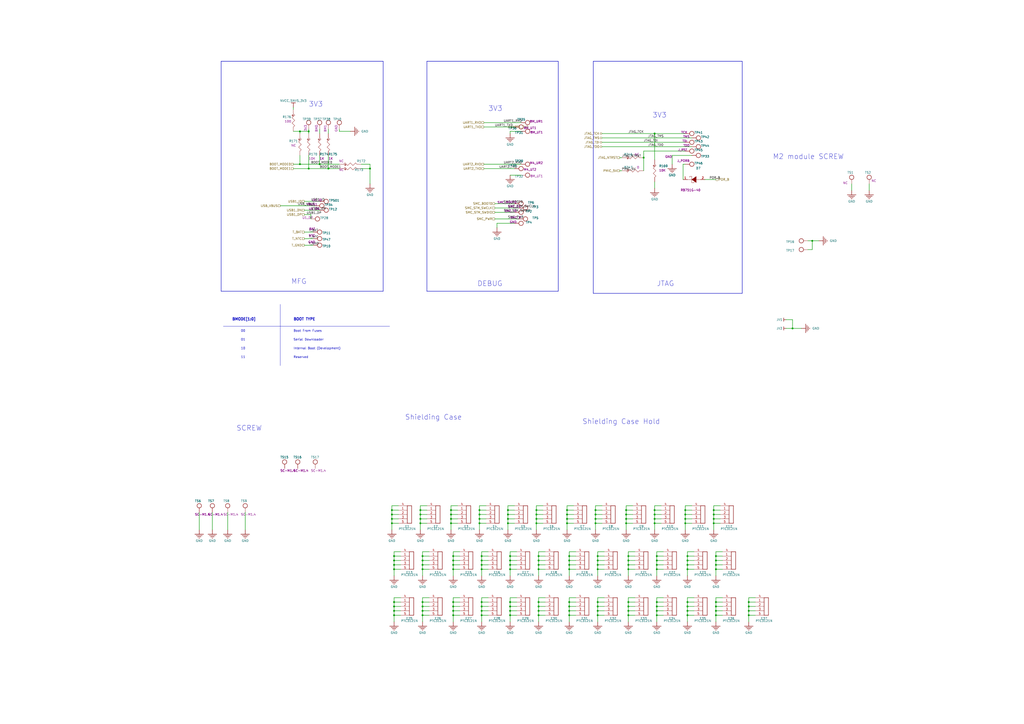
<source format=kicad_sch>
(kicad_sch (version 20231120) (generator "eeschema") (generator_version "8.0")
  (paper "A2")
  (title_block (title "Librem 5 Mainboard") (date "2024-03-21") (rev "v1.0.6") (company "Purism SPC") (comment 1 "GNU GPLv3+") (comment 2 "Copyright"))
  (junction (at 398.78 354.33))
  (junction (at 346.71 351.79))
  (junction (at 311.15 300.99))
  (junction (at 278.13 298.45))
  (junction (at 312.42 322.58))
  (junction (at 346.71 356.87))
  (junction (at 214.63 97.79))
  (junction (at 245.11 351.79))
  (junction (at 346.71 327.66))
  (junction (at 398.78 349.25))
  (junction (at 364.49 349.25))
  (junction (at 398.78 325.12))
  (junction (at 381 322.58))
  (junction (at 228.6 351.79))
  (junction (at 295.91 354.33))
  (junction (at 415.29 322.58))
  (junction (at 261.62 300.99))
  (junction (at 346.71 325.12))
  (junction (at 397.51 298.45))
  (junction (at 415.29 330.2))
  (junction (at 262.89 351.79))
  (junction (at 379.73 298.45))
  (junction (at 227.33 303.53))
  (junction (at 312.42 356.87))
  (junction (at 345.44 303.53))
  (junction (at 415.29 356.87))
  (junction (at 434.34 349.25))
  (junction (at 243.84 300.99))
  (junction (at 279.4 351.79))
  (junction (at 398.78 327.66))
  (junction (at 363.22 303.53))
  (junction (at 330.2 349.25))
  (junction (at 228.6 322.58))
  (junction (at 328.93 298.45))
  (junction (at 228.6 330.2))
  (junction (at 227.33 298.45))
  (junction (at 364.49 330.2))
  (junction (at 381 354.33))
  (junction (at 363.22 295.91))
  (junction (at 346.71 354.33))
  (junction (at 415.29 354.33))
  (junction (at 311.15 303.53))
  (junction (at 228.6 327.66))
  (junction (at 279.4 330.2))
  (junction (at 228.6 349.25))
  (junction (at 330.2 327.66))
  (junction (at 330.2 330.2))
  (junction (at 363.22 300.99))
  (junction (at 415.29 351.79))
  (junction (at 228.6 354.33))
  (junction (at 245.11 354.33))
  (junction (at 415.29 325.12))
  (junction (at 278.13 295.91))
  (junction (at 379.73 295.91))
  (junction (at 312.42 349.25))
  (junction (at 190.5 97.79))
  (junction (at 294.64 300.99))
  (junction (at 346.71 322.58))
  (junction (at 261.62 303.53))
  (junction (at 278.13 303.53))
  (junction (at 295.91 349.25))
  (junction (at 397.51 303.53))
  (junction (at 398.78 330.2))
  (junction (at 262.89 325.12))
  (junction (at 227.33 300.99))
  (junction (at 279.4 356.87))
  (junction (at 414.02 295.91))
  (junction (at 245.11 327.66))
  (junction (at 312.42 330.2))
  (junction (at 294.64 303.53))
  (junction (at 330.2 354.33))
  (junction (at 173.99 76.2))
  (junction (at 414.02 300.99))
  (junction (at 373.38 91.44))
  (junction (at 345.44 300.99))
  (junction (at 262.89 327.66))
  (junction (at 379.73 303.53))
  (junction (at 173.99 95.25))
  (junction (at 328.93 303.53))
  (junction (at 364.49 327.66))
  (junction (at 243.84 303.53))
  (junction (at 295.91 330.2))
  (junction (at 295.91 325.12))
  (junction (at 228.6 325.12))
  (junction (at 330.2 325.12))
  (junction (at 262.89 330.2))
  (junction (at 279.4 327.66))
  (junction (at 262.89 354.33))
  (junction (at 414.02 298.45))
  (junction (at 381 330.2))
  (junction (at 330.2 356.87))
  (junction (at 398.78 322.58))
  (junction (at 364.49 356.87))
  (junction (at 328.93 300.99))
  (junction (at 278.13 300.99))
  (junction (at 279.4 349.25))
  (junction (at 262.89 356.87))
  (junction (at 330.2 351.79))
  (junction (at 295.91 327.66))
  (junction (at 459.74 190.5))
  (junction (at 262.89 322.58))
  (junction (at 397.51 295.91))
  (junction (at 397.51 300.99))
  (junction (at 398.78 356.87))
  (junction (at 381 351.79))
  (junction (at 261.62 295.91))
  (junction (at 414.02 303.53))
  (junction (at 243.84 295.91))
  (junction (at 295.91 351.79))
  (junction (at 330.2 322.58))
  (junction (at 311.15 298.45))
  (junction (at 245.11 325.12))
  (junction (at 295.91 356.87))
  (junction (at 179.07 76.2))
  (junction (at 262.89 349.25))
  (junction (at 227.33 295.91))
  (junction (at 364.49 351.79))
  (junction (at 379.73 300.99))
  (junction (at 328.93 295.91))
  (junction (at 345.44 298.45))
  (junction (at 381 325.12))
  (junction (at 381 327.66))
  (junction (at 346.71 349.25))
  (junction (at 312.42 351.79))
  (junction (at 228.6 356.87))
  (junction (at 294.64 298.45))
  (junction (at 471.17 139.7))
  (junction (at 295.91 322.58))
  (junction (at 294.64 295.91))
  (junction (at 434.34 351.79))
  (junction (at 312.42 354.33))
  (junction (at 363.22 298.45))
  (junction (at 346.71 330.2))
  (junction (at 364.49 354.33))
  (junction (at 245.11 322.58))
  (junction (at 364.49 322.58))
  (junction (at 434.34 354.33))
  (junction (at 398.78 351.79))
  (junction (at 185.42 95.25))
  (junction (at 245.11 349.25))
  (junction (at 279.4 322.58))
  (junction (at 381 349.25))
  (junction (at 245.11 356.87))
  (junction (at 279.4 325.12))
  (junction (at 245.11 330.2))
  (junction (at 179.07 97.79))
  (junction (at 261.62 298.45))
  (junction (at 279.4 354.33))
  (junction (at 243.84 298.45))
  (junction (at 345.44 295.91))
  (junction (at 379.73 77.47))
  (junction (at 312.42 325.12))
  (junction (at 364.49 325.12))
  (junction (at 415.29 349.25))
  (junction (at 434.34 356.87))
  (junction (at 381 356.87))
  (junction (at 311.15 295.91))
  (junction (at 415.29 327.66))
  (junction (at 312.42 327.66))
  (wire (pts (xy 398.78 349.25) (xy 398.78 351.79)) (stroke (width 0.254)))
  (wire (pts (xy 415.29 351.79) (xy 415.29 354.33)) (stroke (width 0.254)))
  (wire (pts (xy 196.85 76.2) (xy 203.2 76.2)) (stroke (width 0.254)))
  (wire (pts (xy 334.01 354.33) (xy 330.2 354.33)) (stroke (width 0.254)))
  (wire (pts (xy 266.7 322.58) (xy 262.89 322.58)) (stroke (width 0.254)))
  (wire (pts (xy 364.49 327.66) (xy 364.49 330.2)) (stroke (width 0.254)))
  (wire (pts (xy 232.41 354.33) (xy 228.6 354.33)) (stroke (width 0.254)))
  (wire (pts (xy 381 349.25) (xy 381 351.79)) (stroke (width 0.254)))
  (wire (pts (xy 295.91 76.2) (xy 295.91 77.47)) (stroke (width 0.254)))
  (wire (pts (xy 312.42 356.87) (xy 312.42 360.68)) (stroke (width 0.254)))
  (polyline (pts (xy 323.85 35.56) (xy 247.65 35.56)) (stroke (width 0.254) (type solid)))
  (wire (pts (xy 266.7 351.79) (xy 262.89 351.79)) (stroke (width 0.254)))
  (wire (pts (xy 314.96 298.45) (xy 311.15 298.45)) (stroke (width 0.254)))
  (wire (pts (xy 363.22 293.37) (xy 363.22 295.91)) (stroke (width 0.254)))
  (wire (pts (xy 278.13 303.53) (xy 281.94 303.53)) (stroke (width 0.254)))
  (wire (pts (xy 417.83 295.91) (xy 414.02 295.91)) (stroke (width 0.254)))
  (wire (pts (xy 415.29 356.87) (xy 419.1 356.87)) (stroke (width 0.254)))
  (wire (pts (xy 231.14 293.37) (xy 227.33 293.37)) (stroke (width 0.254)))
  (wire (pts (xy 279.4 330.2) (xy 279.4 334.01)) (stroke (width 0.254)))
  (wire (pts (xy 419.1 327.66) (xy 415.29 327.66)) (stroke (width 0.254)))
  (wire (pts (xy 312.42 330.2) (xy 312.42 334.01)) (stroke (width 0.254)))
  (wire (pts (xy 434.34 356.87) (xy 434.34 360.68)) (stroke (width 0.254)))
  (wire (pts (xy 368.3 354.33) (xy 364.49 354.33)) (stroke (width 0.254)))
  (wire (pts (xy 396.24 95.25) (xy 397.51 95.25)) (stroke (width 0.254)))
  (wire (pts (xy 364.49 349.25) (xy 364.49 351.79)) (stroke (width 0.254)))
  (wire (pts (xy 398.78 354.33) (xy 398.78 356.87)) (stroke (width 0.254)))
  (wire (pts (xy 434.34 346.71) (xy 434.34 349.25)) (stroke (width 0.254)))
  (wire (pts (xy 295.91 325.12) (xy 295.91 327.66)) (stroke (width 0.254)))
  (wire (pts (xy 248.92 351.79) (xy 245.11 351.79)) (stroke (width 0.254)))
  (wire (pts (xy 243.84 293.37) (xy 243.84 295.91)) (stroke (width 0.254)))
  (wire (pts (xy 345.44 303.53) (xy 345.44 307.34)) (stroke (width 0.254)))
  (wire (pts (xy 334.01 322.58) (xy 330.2 322.58)) (stroke (width 0.254)))
  (wire (pts (xy 316.23 346.71) (xy 312.42 346.71)) (stroke (width 0.254)))
  (wire (pts (xy 349.25 298.45) (xy 345.44 298.45)) (stroke (width 0.254)))
  (wire (pts (xy 402.59 327.66) (xy 398.78 327.66)) (stroke (width 0.254)))
  (wire (pts (xy 262.89 354.33) (xy 262.89 356.87)) (stroke (width 0.254)))
  (wire (pts (xy 379.73 77.47) (xy 379.73 92.71)) (stroke (width 0.254)))
  (wire (pts (xy 232.41 325.12) (xy 228.6 325.12)) (stroke (width 0.254)))
  (wire (pts (xy 419.1 325.12) (xy 415.29 325.12)) (stroke (width 0.254)))
  (wire (pts (xy 379.73 77.47) (xy 397.51 77.47)) (stroke (width 0.254)))
  (wire (pts (xy 414.02 303.53) (xy 417.83 303.53)) (stroke (width 0.254)))
  (wire (pts (xy 262.89 330.2) (xy 266.7 330.2)) (stroke (width 0.254)))
  (wire (pts (xy 334.01 325.12) (xy 330.2 325.12)) (stroke (width 0.254)))
  (wire (pts (xy 350.52 327.66) (xy 346.71 327.66)) (stroke (width 0.254)))
  (wire (pts (xy 231.14 295.91) (xy 227.33 295.91)) (stroke (width 0.254)))
  (wire (pts (xy 438.15 346.71) (xy 434.34 346.71)) (stroke (width 0.254)))
  (wire (pts (xy 346.71 351.79) (xy 346.71 354.33)) (stroke (width 0.254)))
  (wire (pts (xy 312.42 351.79) (xy 312.42 354.33)) (stroke (width 0.254)))
  (wire (pts (xy 398.78 327.66) (xy 398.78 330.2)) (stroke (width 0.254)))
  (polyline (pts (xy 128.27 168.91) (xy 222.25 168.91)) (stroke (width 0.254) (type solid)))
  (wire (pts (xy 373.38 91.44) (xy 373.38 87.63)) (stroke (width 0.254)))
  (wire (pts (xy 402.59 325.12) (xy 398.78 325.12)) (stroke (width 0.254)))
  (wire (pts (xy 245.11 330.2) (xy 248.92 330.2)) (stroke (width 0.254)))
  (wire (pts (xy 334.01 346.71) (xy 330.2 346.71)) (stroke (width 0.254)))
  (wire (pts (xy 414.02 300.99) (xy 414.02 303.53)) (stroke (width 0.254)))
  (wire (pts (xy 298.45 97.79) (xy 280.67 97.79)) (stroke (width 0.254)))
  (wire (pts (xy 227.33 295.91) (xy 227.33 298.45)) (stroke (width 0.254)))
  (wire (pts (xy 471.17 139.7) (xy 474.98 139.7)) (stroke (width 0.254)))
  (wire (pts (xy 295.91 356.87) (xy 299.72 356.87)) (stroke (width 0.254)))
  (wire (pts (xy 364.49 330.2) (xy 364.49 334.01)) (stroke (width 0.254)))
  (wire (pts (xy 299.72 325.12) (xy 295.91 325.12)) (stroke (width 0.254)))
  (wire (pts (xy 179.07 97.79) (xy 190.5 97.79)) (stroke (width 0.254)))
  (wire (pts (xy 283.21 351.79) (xy 279.4 351.79)) (stroke (width 0.254)))
  (wire (pts (xy 330.2 327.66) (xy 330.2 330.2)) (stroke (width 0.254)))
  (polyline (pts (xy 430.53 35.56) (xy 344.17 35.56)) (stroke (width 0.254) (type solid)))
  (wire (pts (xy 419.1 349.25) (xy 415.29 349.25)) (stroke (width 0.254)))
  (wire (pts (xy 330.2 356.87) (xy 330.2 360.68)) (stroke (width 0.254)))
  (wire (pts (xy 247.65 298.45) (xy 243.84 298.45)) (stroke (width 0.254)))
  (wire (pts (xy 360.68 99.06) (xy 359.41 99.06)) (stroke (width 0.254)))
  (wire (pts (xy 368.3 320.04) (xy 364.49 320.04)) (stroke (width 0.254)))
  (wire (pts (xy 295.91 322.58) (xy 295.91 325.12)) (stroke (width 0.254)))
  (wire (pts (xy 332.74 295.91) (xy 328.93 295.91)) (stroke (width 0.254)))
  (wire (pts (xy 298.45 118.11) (xy 287.02 118.11)) (stroke (width 0.254)))
  (wire (pts (xy 402.59 349.25) (xy 398.78 349.25)) (stroke (width 0.254)))
  (wire (pts (xy 262.89 327.66) (xy 262.89 330.2)) (stroke (width 0.254)))
  (wire (pts (xy 373.38 99.06) (xy 373.38 91.44)) (stroke (width 0.254)))
  (wire (pts (xy 346.71 356.87) (xy 346.71 360.68)) (stroke (width 0.254)))
  (wire (pts (xy 363.22 298.45) (xy 363.22 300.99)) (stroke (width 0.254)))
  (wire (pts (xy 345.44 303.53) (xy 349.25 303.53)) (stroke (width 0.254)))
  (wire (pts (xy 283.21 320.04) (xy 279.4 320.04)) (stroke (width 0.254)))
  (wire (pts (xy 190.5 77.47) (xy 190.5 74.93)) (stroke (width 0.254)))
  (wire (pts (xy 459.74 190.5) (xy 464.82 190.5)) (stroke (width 0.254)))
  (wire (pts (xy 232.41 322.58) (xy 228.6 322.58)) (stroke (width 0.254)))
  (wire (pts (xy 368.3 349.25) (xy 364.49 349.25)) (stroke (width 0.254)))
  (wire (pts (xy 381 330.2) (xy 384.81 330.2)) (stroke (width 0.254)))
  (wire (pts (xy 349.25 80.01) (xy 401.32 80.01)) (stroke (width 0.254)))
  (polyline (pts (xy 247.65 35.56) (xy 247.65 168.91)) (stroke (width 0.254) (type solid)))
  (wire (pts (xy 180.34 127) (xy 180.34 124.46)) (stroke (width 0.254)))
  (wire (pts (xy 364.49 320.04) (xy 364.49 322.58)) (stroke (width 0.254)))
  (wire (pts (xy 364.49 356.87) (xy 368.3 356.87)) (stroke (width 0.254)))
  (wire (pts (xy 415.29 330.2) (xy 419.1 330.2)) (stroke (width 0.254)))
  (wire (pts (xy 173.99 95.25) (xy 170.18 95.25)) (stroke (width 0.254)))
  (wire (pts (xy 349.25 293.37) (xy 345.44 293.37)) (stroke (width 0.254)))
  (wire (pts (xy 345.44 295.91) (xy 345.44 298.45)) (stroke (width 0.254)))
  (wire (pts (xy 368.3 327.66) (xy 364.49 327.66)) (stroke (width 0.254)))
  (wire (pts (xy 262.89 356.87) (xy 262.89 360.68)) (stroke (width 0.254)))
  (wire (pts (xy 232.41 320.04) (xy 228.6 320.04)) (stroke (width 0.254)))
  (wire (pts (xy 248.92 346.71) (xy 245.11 346.71)) (stroke (width 0.254)))
  (wire (pts (xy 312.42 322.58) (xy 312.42 325.12)) (stroke (width 0.254)))
  (wire (pts (xy 312.42 346.71) (xy 312.42 349.25)) (stroke (width 0.254)))
  (wire (pts (xy 381 320.04) (xy 381 322.58)) (stroke (width 0.254)))
  (wire (pts (xy 302.26 95.25) (xy 280.67 95.25)) (stroke (width 0.254)))
  (wire (pts (xy 232.41 351.79) (xy 228.6 351.79)) (stroke (width 0.254)))
  (wire (pts (xy 227.33 303.53) (xy 231.14 303.53)) (stroke (width 0.254)))
  (wire (pts (xy 415.29 325.12) (xy 415.29 327.66)) (stroke (width 0.254)))
  (wire (pts (xy 402.59 354.33) (xy 398.78 354.33)) (stroke (width 0.254)))
  (wire (pts (xy 381 356.87) (xy 381 360.68)) (stroke (width 0.254)))
  (wire (pts (xy 414.02 303.53) (xy 414.02 307.34)) (stroke (width 0.254)))
  (wire (pts (xy 350.52 325.12) (xy 346.71 325.12)) (stroke (width 0.254)))
  (wire (pts (xy 295.91 330.2) (xy 295.91 334.01)) (stroke (width 0.254)))
  (wire (pts (xy 494.03 106.68) (xy 494.03 110.49)) (stroke (width 0.254)))
  (wire (pts (xy 248.92 354.33) (xy 245.11 354.33)) (stroke (width 0.254)))
  (wire (pts (xy 397.51 293.37) (xy 397.51 295.91)) (stroke (width 0.254)))
  (wire (pts (xy 248.92 322.58) (xy 245.11 322.58)) (stroke (width 0.254)))
  (wire (pts (xy 383.54 300.99) (xy 379.73 300.99)) (stroke (width 0.254)))
  (wire (pts (xy 247.65 293.37) (xy 243.84 293.37)) (stroke (width 0.254)))
  (wire (pts (xy 283.21 346.71) (xy 279.4 346.71)) (stroke (width 0.254)))
  (wire (pts (xy 182.88 119.38) (xy 162.56 119.38)) (stroke (width 0.254)))
  (wire (pts (xy 314.96 300.99) (xy 311.15 300.99)) (stroke (width 0.254)))
  (wire (pts (xy 316.23 351.79) (xy 312.42 351.79)) (stroke (width 0.254)))
  (wire (pts (xy 190.5 90.17) (xy 190.5 97.79)) (stroke (width 0.254)))
  (wire (pts (xy 384.81 351.79) (xy 381 351.79)) (stroke (width 0.254)))
  (wire (pts (xy 283.21 327.66) (xy 279.4 327.66)) (stroke (width 0.254)))
  (wire (pts (xy 349.25 82.55) (xy 397.51 82.55)) (stroke (width 0.254)))
  (wire (pts (xy 346.71 320.04) (xy 346.71 322.58)) (stroke (width 0.254)))
  (wire (pts (xy 232.41 327.66) (xy 228.6 327.66)) (stroke (width 0.254)))
  (wire (pts (xy 265.43 300.99) (xy 261.62 300.99)) (stroke (width 0.254)))
  (wire (pts (xy 379.73 300.99) (xy 379.73 303.53)) (stroke (width 0.254)))
  (wire (pts (xy 170.18 76.2) (xy 173.99 76.2)) (stroke (width 0.254)))
  (wire (pts (xy 279.4 322.58) (xy 279.4 325.12)) (stroke (width 0.254)))
  (wire (pts (xy 398.78 356.87) (xy 402.59 356.87)) (stroke (width 0.254)))
  (wire (pts (xy 279.4 356.87) (xy 283.21 356.87)) (stroke (width 0.254)))
  (wire (pts (xy 316.23 320.04) (xy 312.42 320.04)) (stroke (width 0.254)))
  (wire (pts (xy 459.74 185.42) (xy 459.74 190.5)) (stroke (width 0.254)))
  (wire (pts (xy 261.62 298.45) (xy 261.62 300.99)) (stroke (width 0.254)))
  (wire (pts (xy 328.93 303.53) (xy 328.93 307.34)) (stroke (width 0.254)))
  (wire (pts (xy 299.72 354.33) (xy 295.91 354.33)) (stroke (width 0.254)))
  (wire (pts (xy 295.91 356.87) (xy 295.91 360.68)) (stroke (width 0.254)))
  (wire (pts (xy 330.2 330.2) (xy 334.01 330.2)) (stroke (width 0.254)))
  (wire (pts (xy 279.4 346.71) (xy 279.4 349.25)) (stroke (width 0.254)))
  (wire (pts (xy 302.26 71.12) (xy 280.67 71.12)) (stroke (width 0.254)))
  (wire (pts (xy 384.81 346.71) (xy 381 346.71)) (stroke (width 0.254)))
  (wire (pts (xy 367.03 300.99) (xy 363.22 300.99)) (stroke (width 0.254)))
  (wire (pts (xy 419.1 354.33) (xy 415.29 354.33)) (stroke (width 0.254)))
  (wire (pts (xy 415.29 346.71) (xy 415.29 349.25)) (stroke (width 0.254)))
  (wire (pts (xy 350.52 320.04) (xy 346.71 320.04)) (stroke (width 0.254)))
  (wire (pts (xy 232.41 349.25) (xy 228.6 349.25)) (stroke (width 0.254)))
  (wire (pts (xy 295.91 327.66) (xy 295.91 330.2)) (stroke (width 0.254)))
  (wire (pts (xy 316.23 322.58) (xy 312.42 322.58)) (stroke (width 0.254)))
  (wire (pts (xy 185.42 116.84) (xy 176.53 116.84)) (stroke (width 0.254)))
  (polyline (pts (xy 222.25 168.91) (xy 222.25 35.56)) (stroke (width 0.254) (type solid)))
  (wire (pts (xy 279.4 356.87) (xy 279.4 360.68)) (stroke (width 0.254)))
  (wire (pts (xy 414.02 293.37) (xy 414.02 295.91)) (stroke (width 0.254)))
  (wire (pts (xy 350.52 349.25) (xy 346.71 349.25)) (stroke (width 0.254)))
  (wire (pts (xy 316.23 354.33) (xy 312.42 354.33)) (stroke (width 0.254)))
  (wire (pts (xy 332.74 293.37) (xy 328.93 293.37)) (stroke (width 0.254)))
  (wire (pts (xy 231.14 298.45) (xy 227.33 298.45)) (stroke (width 0.254)))
  (wire (pts (xy 176.53 142.24) (xy 181.61 142.24)) (stroke (width 0.254)))
  (wire (pts (xy 401.32 90.17) (xy 389.89 90.17)) (stroke (width 0.254)))
  (wire (pts (xy 455.93 185.42) (xy 459.74 185.42)) (stroke (width 0.254)))
  (wire (pts (xy 312.42 327.66) (xy 312.42 330.2)) (stroke (width 0.254)))
  (wire (pts (xy 316.23 349.25) (xy 312.42 349.25)) (stroke (width 0.254)))
  (wire (pts (xy 364.49 325.12) (xy 364.49 327.66)) (stroke (width 0.254)))
  (wire (pts (xy 245.11 330.2) (xy 245.11 334.01)) (stroke (width 0.254)))
  (wire (pts (xy 279.4 325.12) (xy 279.4 327.66)) (stroke (width 0.254)))
  (wire (pts (xy 419.1 351.79) (xy 415.29 351.79)) (stroke (width 0.254)))
  (wire (pts (xy 227.33 293.37) (xy 227.33 295.91)) (stroke (width 0.254)))
  (wire (pts (xy 312.42 354.33) (xy 312.42 356.87)) (stroke (width 0.254)))
  (wire (pts (xy 281.94 300.99) (xy 278.13 300.99)) (stroke (width 0.254)))
  (wire (pts (xy 349.25 85.09) (xy 401.32 85.09)) (stroke (width 0.254)))
  (wire (pts (xy 316.23 327.66) (xy 312.42 327.66)) (stroke (width 0.254)))
  (wire (pts (xy 283.21 354.33) (xy 279.4 354.33)) (stroke (width 0.254)))
  (wire (pts (xy 346.71 349.25) (xy 346.71 351.79)) (stroke (width 0.254)))
  (wire (pts (xy 434.34 349.25) (xy 434.34 351.79)) (stroke (width 0.254)))
  (wire (pts (xy 262.89 320.04) (xy 262.89 322.58)) (stroke (width 0.254)))
  (wire (pts (xy 330.2 351.79) (xy 330.2 354.33)) (stroke (width 0.254)))
  (polyline (pts (xy 222.25 35.56) (xy 128.27 35.56)) (stroke (width 0.254) (type solid)))
  (wire (pts (xy 245.11 325.12) (xy 245.11 327.66)) (stroke (width 0.254)))
  (wire (pts (xy 345.44 298.45) (xy 345.44 300.99)) (stroke (width 0.254)))
  (polyline (pts (xy 344.17 35.56) (xy 344.17 170.18)) (stroke (width 0.254) (type solid)))
  (wire (pts (xy 262.89 356.87) (xy 266.7 356.87)) (stroke (width 0.254)))
  (wire (pts (xy 279.4 354.33) (xy 279.4 356.87)) (stroke (width 0.254)))
  (wire (pts (xy 262.89 351.79) (xy 262.89 354.33)) (stroke (width 0.254)))
  (wire (pts (xy 173.99 95.25) (xy 185.42 95.25)) (stroke (width 0.254)))
  (wire (pts (xy 311.15 300.99) (xy 311.15 303.53)) (stroke (width 0.254)))
  (wire (pts (xy 294.64 293.37) (xy 294.64 295.91)) (stroke (width 0.254)))
  (wire (pts (xy 261.62 295.91) (xy 261.62 298.45)) (stroke (width 0.254)))
  (wire (pts (xy 245.11 327.66) (xy 245.11 330.2)) (stroke (width 0.254)))
  (wire (pts (xy 227.33 298.45) (xy 227.33 300.99)) (stroke (width 0.254)))
  (wire (pts (xy 381 325.12) (xy 381 327.66)) (stroke (width 0.254)))
  (wire (pts (xy 364.49 356.87) (xy 364.49 360.68)) (stroke (width 0.254)))
  (wire (pts (xy 228.6 330.2) (xy 228.6 334.01)) (stroke (width 0.254)))
  (wire (pts (xy 346.71 330.2) (xy 350.52 330.2)) (stroke (width 0.254)))
  (wire (pts (xy 196.85 74.93) (xy 196.85 76.2)) (stroke (width 0.254)))
  (wire (pts (xy 214.63 97.79) (xy 214.63 106.68)) (stroke (width 0.254)))
  (wire (pts (xy 334.01 349.25) (xy 330.2 349.25)) (stroke (width 0.254)))
  (wire (pts (xy 398.78 346.71) (xy 398.78 349.25)) (stroke (width 0.254)))
  (wire (pts (xy 311.15 303.53) (xy 314.96 303.53)) (stroke (width 0.254)))
  (wire (pts (xy 330.2 349.25) (xy 330.2 351.79)) (stroke (width 0.254)))
  (wire (pts (xy 312.42 320.04) (xy 312.42 322.58)) (stroke (width 0.254)))
  (wire (pts (xy 381 327.66) (xy 381 330.2)) (stroke (width 0.254)))
  (wire (pts (xy 295.91 354.33) (xy 295.91 356.87)) (stroke (width 0.254)))
  (wire (pts (xy 294.64 295.91) (xy 294.64 298.45)) (stroke (width 0.254)))
  (wire (pts (xy 231.14 300.99) (xy 227.33 300.99)) (stroke (width 0.254)))
  (wire (pts (xy 294.64 303.53) (xy 294.64 307.34)) (stroke (width 0.254)))
  (wire (pts (xy 402.59 346.71) (xy 398.78 346.71)) (stroke (width 0.254)))
  (wire (pts (xy 248.92 325.12) (xy 245.11 325.12)) (stroke (width 0.254)))
  (wire (pts (xy 349.25 300.99) (xy 345.44 300.99)) (stroke (width 0.254)))
  (wire (pts (xy 398.78 351.79) (xy 398.78 354.33)) (stroke (width 0.254)))
  (wire (pts (xy 299.72 320.04) (xy 295.91 320.04)) (stroke (width 0.254)))
  (wire (pts (xy 401.32 300.99) (xy 397.51 300.99)) (stroke (width 0.254)))
  (wire (pts (xy 232.41 346.71) (xy 228.6 346.71)) (stroke (width 0.254)))
  (wire (pts (xy 227.33 303.53) (xy 227.33 307.34)) (stroke (width 0.254)))
  (wire (pts (xy 298.45 295.91) (xy 294.64 295.91)) (stroke (width 0.254)))
  (wire (pts (xy 283.21 325.12) (xy 279.4 325.12)) (stroke (width 0.254)))
  (wire (pts (xy 364.49 322.58) (xy 364.49 325.12)) (stroke (width 0.254)))
  (wire (pts (xy 350.52 354.33) (xy 346.71 354.33)) (stroke (width 0.254)))
  (polyline (pts (xy 430.53 170.18) (xy 430.53 35.56)) (stroke (width 0.254) (type solid)))
  (wire (pts (xy 384.81 325.12) (xy 381 325.12)) (stroke (width 0.254)))
  (wire (pts (xy 278.13 295.91) (xy 278.13 298.45)) (stroke (width 0.254)))
  (wire (pts (xy 417.83 298.45) (xy 414.02 298.45)) (stroke (width 0.254)))
  (wire (pts (xy 328.93 298.45) (xy 328.93 300.99)) (stroke (width 0.254)))
  (wire (pts (xy 298.45 123.19) (xy 287.02 123.19)) (stroke (width 0.254)))
  (wire (pts (xy 349.25 77.47) (xy 379.73 77.47)) (stroke (width 0.254)))
  (wire (pts (xy 262.89 325.12) (xy 262.89 327.66)) (stroke (width 0.254)))
  (wire (pts (xy 401.32 293.37) (xy 397.51 293.37)) (stroke (width 0.254)))
  (wire (pts (xy 396.24 104.14) (xy 396.24 95.25)) (stroke (width 0.254)))
  (polyline (pts (xy 344.17 170.18) (xy 430.53 170.18)) (stroke (width 0.254) (type solid)))
  (wire (pts (xy 262.89 349.25) (xy 262.89 351.79)) (stroke (width 0.254)))
  (wire (pts (xy 295.91 346.71) (xy 295.91 349.25)) (stroke (width 0.254)))
  (wire (pts (xy 311.15 298.45) (xy 311.15 300.99)) (stroke (width 0.254)))
  (wire (pts (xy 397.51 303.53) (xy 401.32 303.53)) (stroke (width 0.254)))
  (wire (pts (xy 185.42 121.92) (xy 176.53 121.92)) (stroke (width 0.254)))
  (wire (pts (xy 379.73 303.53) (xy 379.73 307.34)) (stroke (width 0.254)))
  (polyline (pts (xy 129.54 189.23) (xy 226.06 189.23)) (stroke (width 0) (type solid)))
  (wire (pts (xy 243.84 303.53) (xy 243.84 307.34)) (stroke (width 0.254)))
  (wire (pts (xy 243.84 298.45) (xy 243.84 300.99)) (stroke (width 0.254)))
  (wire (pts (xy 398.78 320.04) (xy 398.78 322.58)) (stroke (width 0.254)))
  (wire (pts (xy 312.42 349.25) (xy 312.42 351.79)) (stroke (width 0.254)))
  (wire (pts (xy 402.59 320.04) (xy 398.78 320.04)) (stroke (width 0.254)))
  (wire (pts (xy 278.13 298.45) (xy 278.13 300.99)) (stroke (width 0.254)))
  (wire (pts (xy 312.42 356.87) (xy 316.23 356.87)) (stroke (width 0.254)))
  (wire (pts (xy 243.84 295.91) (xy 243.84 298.45)) (stroke (width 0.254)))
  (wire (pts (xy 248.92 349.25) (xy 245.11 349.25)) (stroke (width 0.254)))
  (wire (pts (xy 438.15 351.79) (xy 434.34 351.79)) (stroke (width 0.254)))
  (wire (pts (xy 334.01 320.04) (xy 330.2 320.04)) (stroke (width 0.254)))
  (wire (pts (xy 300.99 120.65) (xy 287.02 120.65)) (stroke (width 0.254)))
  (wire (pts (xy 383.54 295.91) (xy 379.73 295.91)) (stroke (width 0.254)))
  (wire (pts (xy 228.6 325.12) (xy 228.6 327.66)) (stroke (width 0.254)))
  (wire (pts (xy 245.11 356.87) (xy 245.11 360.68)) (stroke (width 0.254)))
  (wire (pts (xy 367.03 295.91) (xy 363.22 295.91)) (stroke (width 0.254)))
  (wire (pts (xy 179.07 97.79) (xy 170.18 97.79)) (stroke (width 0.254)))
  (wire (pts (xy 123.19 297.18) (xy 123.19 307.34)) (stroke (width 0.254)))
  (wire (pts (xy 328.93 295.91) (xy 328.93 298.45)) (stroke (width 0.254)))
  (wire (pts (xy 295.91 320.04) (xy 295.91 322.58)) (stroke (width 0.254)))
  (wire (pts (xy 384.81 327.66) (xy 381 327.66)) (stroke (width 0.254)))
  (wire (pts (xy 299.72 327.66) (xy 295.91 327.66)) (stroke (width 0.254)))
  (wire (pts (xy 471.17 144.78) (xy 471.17 139.7)) (stroke (width 0.254)))
  (wire (pts (xy 280.67 73.66) (xy 298.45 73.66)) (stroke (width 0.254)))
  (wire (pts (xy 438.15 354.33) (xy 434.34 354.33)) (stroke (width 0.254)))
  (wire (pts (xy 209.55 97.79) (xy 214.63 97.79)) (stroke (width 0.254)))
  (wire (pts (xy 402.59 322.58) (xy 398.78 322.58)) (stroke (width 0.254)))
  (wire (pts (xy 334.01 327.66) (xy 330.2 327.66)) (stroke (width 0.254)))
  (wire (pts (xy 384.81 349.25) (xy 381 349.25)) (stroke (width 0.254)))
  (wire (pts (xy 185.42 77.47) (xy 185.42 74.93)) (stroke (width 0.254)))
  (polyline (pts (xy 128.27 35.56) (xy 128.27 168.91)) (stroke (width 0.254) (type solid)))
  (wire (pts (xy 346.71 346.71) (xy 346.71 349.25)) (stroke (width 0.254)))
  (wire (pts (xy 266.7 325.12) (xy 262.89 325.12)) (stroke (width 0.254)))
  (wire (pts (xy 332.74 300.99) (xy 328.93 300.99)) (stroke (width 0.254)))
  (wire (pts (xy 438.15 349.25) (xy 434.34 349.25)) (stroke (width 0.254)))
  (wire (pts (xy 228.6 346.71) (xy 228.6 349.25)) (stroke (width 0.254)))
  (wire (pts (xy 368.3 322.58) (xy 364.49 322.58)) (stroke (width 0.254)))
  (wire (pts (xy 363.22 303.53) (xy 363.22 307.34)) (stroke (width 0.254)))
  (wire (pts (xy 504.19 106.68) (xy 504.19 110.49)) (stroke (width 0.254)))
  (wire (pts (xy 176.53 134.62) (xy 181.61 134.62)) (stroke (width 0.254)))
  (wire (pts (xy 243.84 303.53) (xy 247.65 303.53)) (stroke (width 0.254)))
  (wire (pts (xy 266.7 346.71) (xy 262.89 346.71)) (stroke (width 0.254)))
  (wire (pts (xy 368.3 351.79) (xy 364.49 351.79)) (stroke (width 0.254)))
  (wire (pts (xy 185.42 90.17) (xy 185.42 95.25)) (stroke (width 0.254)))
  (wire (pts (xy 379.73 298.45) (xy 379.73 300.99)) (stroke (width 0.254)))
  (wire (pts (xy 228.6 330.2) (xy 232.41 330.2)) (stroke (width 0.254)))
  (wire (pts (xy 397.51 303.53) (xy 397.51 307.34)) (stroke (width 0.254)))
  (wire (pts (xy 227.33 300.99) (xy 227.33 303.53)) (stroke (width 0.254)))
  (wire (pts (xy 414.02 295.91) (xy 414.02 298.45)) (stroke (width 0.254)))
  (polyline (pts (xy 323.85 168.91) (xy 323.85 35.56)) (stroke (width 0.254) (type solid)))
  (wire (pts (xy 311.15 303.53) (xy 311.15 307.34)) (stroke (width 0.254)))
  (wire (pts (xy 364.49 351.79) (xy 364.49 354.33)) (stroke (width 0.254)))
  (wire (pts (xy 261.62 293.37) (xy 261.62 295.91)) (stroke (width 0.254)))
  (wire (pts (xy 415.29 354.33) (xy 415.29 356.87)) (stroke (width 0.254)))
  (wire (pts (xy 401.32 295.91) (xy 397.51 295.91)) (stroke (width 0.254)))
  (wire (pts (xy 389.89 90.17) (xy 389.89 95.25)) (stroke (width 0.254)))
  (wire (pts (xy 330.2 346.71) (xy 330.2 349.25)) (stroke (width 0.254)))
  (wire (pts (xy 173.99 77.47) (xy 173.99 76.2)) (stroke (width 0.254)))
  (wire (pts (xy 279.4 320.04) (xy 279.4 322.58)) (stroke (width 0.254)))
  (wire (pts (xy 415.29 356.87) (xy 415.29 360.68)) (stroke (width 0.254)))
  (wire (pts (xy 345.44 300.99) (xy 345.44 303.53)) (stroke (width 0.254)))
  (wire (pts (xy 349.25 295.91) (xy 345.44 295.91)) (stroke (width 0.254)))
  (wire (pts (xy 173.99 90.17) (xy 173.99 95.25)) (stroke (width 0.254)))
  (wire (pts (xy 379.73 293.37) (xy 379.73 295.91)) (stroke (width 0.254)))
  (wire (pts (xy 283.21 349.25) (xy 279.4 349.25)) (stroke (width 0.254)))
  (wire (pts (xy 330.2 320.04) (xy 330.2 322.58)) (stroke (width 0.254)))
  (wire (pts (xy 398.78 356.87) (xy 398.78 360.68)) (stroke (width 0.254)))
  (wire (pts (xy 330.2 322.58) (xy 330.2 325.12)) (stroke (width 0.254)))
  (wire (pts (xy 363.22 303.53) (xy 367.03 303.53)) (stroke (width 0.254)))
  (wire (pts (xy 283.21 322.58) (xy 279.4 322.58)) (stroke (width 0.254)))
  (wire (pts (xy 346.71 330.2) (xy 346.71 334.01)) (stroke (width 0.254)))
  (wire (pts (xy 363.22 300.99) (xy 363.22 303.53)) (stroke (width 0.254)))
  (wire (pts (xy 278.13 300.99) (xy 278.13 303.53)) (stroke (width 0.254)))
  (wire (pts (xy 266.7 327.66) (xy 262.89 327.66)) (stroke (width 0.254)))
  (wire (pts (xy 243.84 300.99) (xy 243.84 303.53)) (stroke (width 0.254)))
  (wire (pts (xy 345.44 293.37) (xy 345.44 295.91)) (stroke (width 0.254)))
  (wire (pts (xy 379.73 303.53) (xy 383.54 303.53)) (stroke (width 0.254)))
  (wire (pts (xy 364.49 354.33) (xy 364.49 356.87)) (stroke (width 0.254)))
  (wire (pts (xy 245.11 349.25) (xy 245.11 351.79)) (stroke (width 0.254)))
  (wire (pts (xy 295.91 351.79) (xy 295.91 354.33)) (stroke (width 0.254)))
  (wire (pts (xy 384.81 320.04) (xy 381 320.04)) (stroke (width 0.254)))
  (wire (pts (xy 190.5 97.79) (xy 196.85 97.79)) (stroke (width 0.254)))
  (wire (pts (xy 414.02 298.45) (xy 414.02 300.99)) (stroke (width 0.254)))
  (wire (pts (xy 279.4 327.66) (xy 279.4 330.2)) (stroke (width 0.254)))
  (wire (pts (xy 381 322.58) (xy 381 325.12)) (stroke (width 0.254)))
  (wire (pts (xy 346.71 356.87) (xy 350.52 356.87)) (stroke (width 0.254)))
  (wire (pts (xy 142.24 297.18) (xy 142.24 307.34)) (stroke (width 0.254)))
  (wire (pts (xy 261.62 303.53) (xy 261.62 307.34)) (stroke (width 0.254)))
  (wire (pts (xy 281.94 293.37) (xy 278.13 293.37)) (stroke (width 0.254)))
  (wire (pts (xy 367.03 293.37) (xy 363.22 293.37)) (stroke (width 0.254)))
  (wire (pts (xy 288.29 129.54) (xy 288.29 132.08)) (stroke (width 0.254)))
  (wire (pts (xy 294.64 298.45) (xy 294.64 300.99)) (stroke (width 0.254)))
  (wire (pts (xy 350.52 351.79) (xy 346.71 351.79)) (stroke (width 0.254)))
  (wire (pts (xy 379.73 295.91) (xy 379.73 298.45)) (stroke (width 0.254)))
  (wire (pts (xy 298.45 129.54) (xy 288.29 129.54)) (stroke (width 0.254)))
  (wire (pts (xy 295.91 330.2) (xy 299.72 330.2)) (stroke (width 0.254)))
  (wire (pts (xy 228.6 356.87) (xy 232.41 356.87)) (stroke (width 0.254)))
  (wire (pts (xy 434.34 351.79) (xy 434.34 354.33)) (stroke (width 0.254)))
  (wire (pts (xy 381 356.87) (xy 384.81 356.87)) (stroke (width 0.254)))
  (wire (pts (xy 228.6 356.87) (xy 228.6 360.68)) (stroke (width 0.254)))
  (wire (pts (xy 367.03 298.45) (xy 363.22 298.45)) (stroke (width 0.254)))
  (wire (pts (xy 209.55 95.25) (xy 214.63 95.25)) (stroke (width 0.254)))
  (wire (pts (xy 346.71 325.12) (xy 346.71 327.66)) (stroke (width 0.254)))
  (wire (pts (xy 245.11 322.58) (xy 245.11 325.12)) (stroke (width 0.254)))
  (wire (pts (xy 185.42 95.25) (xy 196.85 95.25)) (stroke (width 0.254)))
  (wire (pts (xy 262.89 346.71) (xy 262.89 349.25)) (stroke (width 0.254)))
  (wire (pts (xy 302.26 101.6) (xy 295.91 101.6)) (stroke (width 0.254)))
  (wire (pts (xy 299.72 349.25) (xy 295.91 349.25)) (stroke (width 0.254)))
  (wire (pts (xy 299.72 346.71) (xy 295.91 346.71)) (stroke (width 0.254)))
  (wire (pts (xy 266.7 349.25) (xy 262.89 349.25)) (stroke (width 0.254)))
  (wire (pts (xy 228.6 327.66) (xy 228.6 330.2)) (stroke (width 0.254)))
  (wire (pts (xy 248.92 327.66) (xy 245.11 327.66)) (stroke (width 0.254)))
  (wire (pts (xy 311.15 295.91) (xy 311.15 298.45)) (stroke (width 0.254)))
  (wire (pts (xy 364.49 330.2) (xy 368.3 330.2)) (stroke (width 0.254)))
  (wire (pts (xy 266.7 320.04) (xy 262.89 320.04)) (stroke (width 0.254)))
  (wire (pts (xy 330.2 325.12) (xy 330.2 327.66)) (stroke (width 0.254)))
  (wire (pts (xy 332.74 298.45) (xy 328.93 298.45)) (stroke (width 0.254)))
  (wire (pts (xy 408.94 104.14) (xy 415.29 104.14)) (stroke (width 0.254)))
  (wire (pts (xy 278.13 303.53) (xy 278.13 307.34)) (stroke (width 0.254)))
  (wire (pts (xy 300.99 127) (xy 287.02 127)) (stroke (width 0.254)))
  (wire (pts (xy 328.93 300.99) (xy 328.93 303.53)) (stroke (width 0.254)))
  (wire (pts (xy 245.11 320.04) (xy 245.11 322.58)) (stroke (width 0.254)))
  (wire (pts (xy 262.89 330.2) (xy 262.89 334.01)) (stroke (width 0.254)))
  (wire (pts (xy 381 354.33) (xy 381 356.87)) (stroke (width 0.254)))
  (wire (pts (xy 245.11 351.79) (xy 245.11 354.33)) (stroke (width 0.254)))
  (wire (pts (xy 245.11 354.33) (xy 245.11 356.87)) (stroke (width 0.254)))
  (wire (pts (xy 415.29 349.25) (xy 415.29 351.79)) (stroke (width 0.254)))
  (wire (pts (xy 278.13 293.37) (xy 278.13 295.91)) (stroke (width 0.254)))
  (wire (pts (xy 294.64 303.53) (xy 298.45 303.53)) (stroke (width 0.254)))
  (wire (pts (xy 398.78 330.2) (xy 398.78 334.01)) (stroke (width 0.254)))
  (wire (pts (xy 334.01 351.79) (xy 330.2 351.79)) (stroke (width 0.254)))
  (wire (pts (xy 298.45 298.45) (xy 294.64 298.45)) (stroke (width 0.254)))
  (wire (pts (xy 279.4 330.2) (xy 283.21 330.2)) (stroke (width 0.254)))
  (wire (pts (xy 132.08 297.18) (xy 132.08 307.34)) (stroke (width 0.254)))
  (wire (pts (xy 397.51 298.45) (xy 397.51 300.99)) (stroke (width 0.254)))
  (wire (pts (xy 328.93 293.37) (xy 328.93 295.91)) (stroke (width 0.254)))
  (wire (pts (xy 434.34 354.33) (xy 434.34 356.87)) (stroke (width 0.254)))
  (wire (pts (xy 398.78 325.12) (xy 398.78 327.66)) (stroke (width 0.254)))
  (wire (pts (xy 383.54 293.37) (xy 379.73 293.37)) (stroke (width 0.254)))
  (wire (pts (xy 368.3 346.71) (xy 364.49 346.71)) (stroke (width 0.254)))
  (wire (pts (xy 381 330.2) (xy 381 334.01)) (stroke (width 0.254)))
  (wire (pts (xy 265.43 295.91) (xy 261.62 295.91)) (stroke (width 0.254)))
  (polyline (pts (xy 162.56 176.53) (xy 162.56 212.09)) (stroke (width 0) (type solid)))
  (wire (pts (xy 170.18 63.5) (xy 170.18 62.23)) (stroke (width 0.254)))
  (wire (pts (xy 312.42 325.12) (xy 312.42 327.66)) (stroke (width 0.254)))
  (wire (pts (xy 384.81 354.33) (xy 381 354.33)) (stroke (width 0.254)))
  (wire (pts (xy 262.89 322.58) (xy 262.89 325.12)) (stroke (width 0.254)))
  (wire (pts (xy 417.83 293.37) (xy 414.02 293.37)) (stroke (width 0.254)))
  (wire (pts (xy 373.38 87.63) (xy 397.51 87.63)) (stroke (width 0.254)))
  (wire (pts (xy 434.34 356.87) (xy 438.15 356.87)) (stroke (width 0.254)))
  (wire (pts (xy 397.51 300.99) (xy 397.51 303.53)) (stroke (width 0.254)))
  (wire (pts (xy 299.72 322.58) (xy 295.91 322.58)) (stroke (width 0.254)))
  (wire (pts (xy 350.52 346.71) (xy 346.71 346.71)) (stroke (width 0.254)))
  (wire (pts (xy 350.52 322.58) (xy 346.71 322.58)) (stroke (width 0.254)))
  (wire (pts (xy 417.83 300.99) (xy 414.02 300.99)) (stroke (width 0.254)))
  (wire (pts (xy 415.29 327.66) (xy 415.29 330.2)) (stroke (width 0.254)))
  (wire (pts (xy 214.63 95.25) (xy 214.63 97.79)) (stroke (width 0.254)))
  (wire (pts (xy 179.07 76.2) (xy 179.07 74.93)) (stroke (width 0.254)))
  (wire (pts (xy 383.54 298.45) (xy 379.73 298.45)) (stroke (width 0.254)))
  (wire (pts (xy 294.64 300.99) (xy 294.64 303.53)) (stroke (width 0.254)))
  (wire (pts (xy 360.68 91.44) (xy 359.41 91.44)) (stroke (width 0.254)))
  (wire (pts (xy 402.59 351.79) (xy 398.78 351.79)) (stroke (width 0.254)))
  (wire (pts (xy 468.63 144.78) (xy 471.17 144.78)) (stroke (width 0.254)))
  (wire (pts (xy 181.61 138.43) (xy 176.53 138.43)) (stroke (width 0.254)))
  (wire (pts (xy 248.92 320.04) (xy 245.11 320.04)) (stroke (width 0.254)))
  (wire (pts (xy 316.23 325.12) (xy 312.42 325.12)) (stroke (width 0.254)))
  (wire (pts (xy 419.1 320.04) (xy 415.29 320.04)) (stroke (width 0.254)))
  (wire (pts (xy 330.2 354.33) (xy 330.2 356.87)) (stroke (width 0.254)))
  (wire (pts (xy 281.94 298.45) (xy 278.13 298.45)) (stroke (width 0.254)))
  (wire (pts (xy 173.99 76.2) (xy 179.07 76.2)) (stroke (width 0.254)))
  (wire (pts (xy 381 346.71) (xy 381 349.25)) (stroke (width 0.254)))
  (wire (pts (xy 419.1 346.71) (xy 415.29 346.71)) (stroke (width 0.254)))
  (wire (pts (xy 266.7 354.33) (xy 262.89 354.33)) (stroke (width 0.254)))
  (wire (pts (xy 419.1 322.58) (xy 415.29 322.58)) (stroke (width 0.254)))
  (wire (pts (xy 397.51 295.91) (xy 397.51 298.45)) (stroke (width 0.254)))
  (polyline (pts (xy 247.65 168.91) (xy 323.85 168.91)) (stroke (width 0.254) (type solid)))
  (wire (pts (xy 180.34 124.46) (xy 176.53 124.46)) (stroke (width 0.254)))
  (wire (pts (xy 368.3 325.12) (xy 364.49 325.12)) (stroke (width 0.254)))
  (wire (pts (xy 228.6 354.33) (xy 228.6 356.87)) (stroke (width 0.254)))
  (wire (pts (xy 261.62 300.99) (xy 261.62 303.53)) (stroke (width 0.254)))
  (wire (pts (xy 228.6 349.25) (xy 228.6 351.79)) (stroke (width 0.254)))
  (wire (pts (xy 381 351.79) (xy 381 354.33)) (stroke (width 0.254)))
  (wire (pts (xy 228.6 351.79) (xy 228.6 354.33)) (stroke (width 0.254)))
  (wire (pts (xy 265.43 298.45) (xy 261.62 298.45)) (stroke (width 0.254)))
  (wire (pts (xy 228.6 322.58) (xy 228.6 325.12)) (stroke (width 0.254)))
  (wire (pts (xy 363.22 295.91) (xy 363.22 298.45)) (stroke (width 0.254)))
  (wire (pts (xy 379.73 109.22) (xy 379.73 105.41)) (stroke (width 0.254)))
  (wire (pts (xy 295.91 349.25) (xy 295.91 351.79)) (stroke (width 0.254)))
  (wire (pts (xy 330.2 330.2) (xy 330.2 334.01)) (stroke (width 0.254)))
  (wire (pts (xy 468.63 139.7) (xy 471.17 139.7)) (stroke (width 0.254)))
  (wire (pts (xy 179.07 90.17) (xy 179.07 97.79)) (stroke (width 0.254)))
  (wire (pts (xy 415.29 322.58) (xy 415.29 325.12)) (stroke (width 0.254)))
  (wire (pts (xy 312.42 330.2) (xy 316.23 330.2)) (stroke (width 0.254)))
  (wire (pts (xy 330.2 356.87) (xy 334.01 356.87)) (stroke (width 0.254)))
  (wire (pts (xy 228.6 320.04) (xy 228.6 322.58)) (stroke (width 0.254)))
  (wire (pts (xy 245.11 346.71) (xy 245.11 349.25)) (stroke (width 0.254)))
  (wire (pts (xy 298.45 300.99) (xy 294.64 300.99)) (stroke (width 0.254)))
  (wire (pts (xy 265.43 293.37) (xy 261.62 293.37)) (stroke (width 0.254)))
  (wire (pts (xy 247.65 300.99) (xy 243.84 300.99)) (stroke (width 0.254)))
  (wire (pts (xy 398.78 330.2) (xy 402.59 330.2)) (stroke (width 0.254)))
  (wire (pts (xy 415.29 330.2) (xy 415.29 334.01)) (stroke (width 0.254)))
  (wire (pts (xy 415.29 320.04) (xy 415.29 322.58)) (stroke (width 0.254)))
  (wire (pts (xy 384.81 322.58) (xy 381 322.58)) (stroke (width 0.254)))
  (wire (pts (xy 328.93 303.53) (xy 332.74 303.53)) (stroke (width 0.254)))
  (wire (pts (xy 401.32 298.45) (xy 397.51 298.45)) (stroke (width 0.254)))
  (wire (pts (xy 346.71 322.58) (xy 346.71 325.12)) (stroke (width 0.254)))
  (wire (pts (xy 398.78 322.58) (xy 398.78 325.12)) (stroke (width 0.254)))
  (wire (pts (xy 115.57 297.18) (xy 115.57 307.34)) (stroke (width 0.254)))
  (wire (pts (xy 311.15 293.37) (xy 311.15 295.91)) (stroke (width 0.254)))
  (wire (pts (xy 281.94 295.91) (xy 278.13 295.91)) (stroke (width 0.254)))
  (wire (pts (xy 298.45 293.37) (xy 294.64 293.37)) (stroke (width 0.254)))
  (wire (pts (xy 346.71 354.33) (xy 346.71 356.87)) (stroke (width 0.254)))
  (wire (pts (xy 245.11 356.87) (xy 248.92 356.87)) (stroke (width 0.254)))
  (wire (pts (xy 346.71 327.66) (xy 346.71 330.2)) (stroke (width 0.254)))
  (wire (pts (xy 179.07 77.47) (xy 179.07 76.2)) (stroke (width 0.254)))
  (wire (pts (xy 314.96 295.91) (xy 311.15 295.91)) (stroke (width 0.254)))
  (wire (pts (xy 302.26 76.2) (xy 295.91 76.2)) (stroke (width 0.254)))
  (wire (pts (xy 299.72 351.79) (xy 295.91 351.79)) (stroke (width 0.254)))
  (wire (pts (xy 261.62 303.53) (xy 265.43 303.53)) (stroke (width 0.254)))
  (wire (pts (xy 279.4 349.25) (xy 279.4 351.79)) (stroke (width 0.254)))
  (wire (pts (xy 247.65 295.91) (xy 243.84 295.91)) (stroke (width 0.254)))
  (wire (pts (xy 455.93 190.5) (xy 459.74 190.5)) (stroke (width 0.254)))
  (wire (pts (xy 314.96 293.37) (xy 311.15 293.37)) (stroke (width 0.254)))
  (wire (pts (xy 279.4 351.79) (xy 279.4 354.33)) (stroke (width 0.254)))
  (wire (pts (xy 364.49 346.71) (xy 364.49 349.25)) (stroke (width 0.254)))
  (text "3V3" (at 378.46 68.58 0) (effects (font (size 2.921 2.921)) (justify left bottom)))
  (text "10" (at 139.7 202.946 0) (effects (font (size 1.27 1.27)) (justify left bottom)))
  (text "Serial Downloader" (at 170.18 197.866 0) (effects (font (size 1.27 1.27)) (justify left bottom)))
  (text "MFG" (at 168.91 165.1 0) (effects (font (size 2.921 2.921)) (justify left bottom)))
  (text "SCREW" (at 137.16 250.19 0) (effects (font (size 2.921 2.921)) (justify left bottom)))
  (text "11" (at 139.7 208.026 0) (effects (font (size 1.27 1.27)) (justify left bottom)))
  (text "3V3" (at 179.07 62.23 0) (effects (font (size 2.921 2.921)) (justify left bottom)))
  (text "JTAG" (at 381 166.37 0) (effects (font (size 2.921 2.921)) (justify left bottom)))
  (text "Shielding Case Hold" (at 337.82 246.38 0) (effects (font (size 2.921 2.921)) (justify left bottom)))
  (text "Reserved" (at 170.18 208.026 0) (effects (font (size 1.27 1.27)) (justify left bottom)))
  (text "DEBUG" (at 276.86 166.37 0) (effects (font (size 2.921 2.921)) (justify left bottom)))
  (text "Boot From Fuses" (at 170.18 192.786 0) (effects (font (size 1.27 1.27)) (justify left bottom)))
  (text "BOOT TYPE" (at 170.18 186.182 0) (effects (font (size 1.524 1.524) (bold yes)) (justify left bottom)))
  (text "3V3" (at 283.21 64.77 0) (effects (font (size 2.921 2.921)) (justify left bottom)))
  (text "BMODE[1:0]" (at 134.62 186.182 0) (effects (font (size 1.524 1.524) (bold yes)) (justify left bottom)))
  (text "01" (at 139.7 197.866 0) (effects (font (size 1.27 1.27)) (justify left bottom)))
  (text "00" (at 139.7 192.786 0) (effects (font (size 1.27 1.27)) (justify left bottom)))
  (text "Shielding Case" (at 234.95 243.84 0) (effects (font (size 2.921 2.921)) (justify left bottom)))
  (text "Internal Boot (Development)" (at 170.18 202.946 0) (effects (font (size 1.27 1.27)) (justify left bottom)))
  (text "M2 module SCREW" (at 448.31 92.71 0) (effects (font (size 2.921 2.921)) (justify left bottom)))
  (label "UART1_TXD" (at 287.02 73.66 0))
  (label "JTAG_TDO" (at 375.92 85.09 0))
  (label "USB1_DN" (at 180.34 121.92 0))
  (label "JTAG_NTRST" (at 360.68 91.44 0))
  (label "T_GND" (at 179.07 142.24 0))
  (label "SMC_STM_SWDIO" (at 292.1 123.19 0))
  (label "BOOT_MODE1" (at 185.42 97.79 0))
  (label "JTAG_TDI" (at 373.38 82.55 0))
  (label "BOOT_MODE0" (at 180.34 95.25 0))
  (label "UART2_TXD" (at 289.56 97.79 0))
  (label "T_BAT" (at 179.07 134.62 0))
  (label "USB1_ID" (at 180.34 116.84 0))
  (label "POR_B" (at 411.48 104.14 0))
  (label "JTAG_TMS" (at 375.92 80.01 0))
  (label "USB1_DP" (at 177.8 124.46 0))
  (label "UART1_RXD" (at 292.1 71.12 0))
  (label "SMC_BOOT0" (at 292.1 118.11 0))
  (label "UART2_RXD" (at 292.1 95.25 0))
  (label "T_NTC" (at 179.07 138.43 0))
  (label "SMC_PWR" (at 294.64 127 0))
  (label "USB_VBUS" (at 172.72 119.38 0))
  (label "SMC_STM_SWCLK" (at 294.64 120.65 0))
  (label "PMIC_5V" (at 360.68 99.06 0))
  (label "JTAG_TCK" (at 364.49 77.47 0))
  (hierarchical_label "USB1_DN" (shape passive) (at 176.53 121.92 180))
  (hierarchical_label "JTAG_TDO" (shape bidirectional) (at 349.25 85.09 180))
  (hierarchical_label "USB_VBUS" (shape passive) (at 162.56 119.38 180))
  (hierarchical_label "UART1_RXD" (shape passive) (at 280.67 71.12 180))
  (hierarchical_label "SMC_STM_SWCLK" (shape passive) (at 287.02 120.65 180))
  (hierarchical_label "POR_B" (shape passive) (at 415.29 104.14 0))
  (hierarchical_label "T_GND" (shape passive) (at 176.53 142.24 180))
  (hierarchical_label "SMC_BOOT0" (shape passive) (at 287.02 118.11 180))
  (hierarchical_label "T_BAT" (shape passive) (at 176.53 134.62 180))
  (hierarchical_label "UART2_TXD" (shape passive) (at 280.67 97.79 180))
  (hierarchical_label "UART1_TXD" (shape passive) (at 280.67 73.66 180))
  (hierarchical_label "JTAG_TCK" (shape bidirectional) (at 349.25 77.47 180))
  (hierarchical_label "UART2_RXD" (shape passive) (at 280.67 95.25 180))
  (hierarchical_label "JTAG_TMS" (shape bidirectional) (at 349.25 80.01 180))
  (hierarchical_label "USB1_ID" (shape passive) (at 176.53 116.84 180))
  (hierarchical_label "T_NTC" (shape passive) (at 176.53 138.43 180))
  (hierarchical_label "BOOT_MODE1" (shape passive) (at 170.18 97.79 180))
  (hierarchical_label "SMC_STM_SWDIO" (shape passive) (at 287.02 123.19 180))
  (hierarchical_label "PMIC_5V" (shape passive) (at 359.41 99.06 180))
  (hierarchical_label "UART1_TXD" (shape bidirectional) (at 294.64 73.66 0))
  (hierarchical_label "BOOT_MODE0" (shape passive) (at 170.18 95.25 180))
  (hierarchical_label "USB1_DP" (shape passive) (at 176.53 124.46 180))
  (hierarchical_label "SMC_PWR" (shape passive) (at 287.02 127 180))
  (hierarchical_label "JTAG_TDI" (shape bidirectional) (at 349.25 82.55 180))
  (hierarchical_label "JTAG_NTRST" (shape passive) (at 359.41 91.44 180))
  (symbol (lib_id "C-22_DEBUG_MFG:root_0_PTC3121N") (at 424.18 356.87 0) (unit 1)
    (property "Reference" "E36" (at 424.18 359.41 0) (effects (justify bottom)))
    (property "Value" "PTC3121N" (at 424.18 359.41 0) (effects (justify top)))
    (property "Footprint" "PTC3021N-6.7X0.8" (effects (hide yes)))
    (property "MFG_NAME" "POCONS" (effects (hide yes)))
    (property "PCB FOOTPRINT" "0.8x4.4X0.8mm" (effects (hide yes)))
    (property "GEOMETRY.HEIGHT" "0.8MM" (effects (hide yes)))
    (property "PCB DECAL" "PTC3021N-6.7X0.8" (effects (hide yes)))
  )
  (symbol (lib_id "C-22_DEBUG_MFG:GND") (at 295.91 360.68 0) (unit 1)
    (property "Reference" "#PWR?" (effects (hide yes)))
    (property "Value" "GND" (at 295.91 367.03 0))
  )
  (symbol (lib_id "C-22_DEBUG_MFG:GND") (at 504.19 110.49 0) (unit 1)
    (property "Reference" "#PWR?" (effects (hide yes)))
    (property "Value" "GND" (at 504.19 116.84 0))
  )
  (symbol (lib_id "C-22_DEBUG_MFG:root_0_PTC3121N") (at 270.51 303.53 0) (unit 1)
    (property "Reference" "E3" (at 270.51 306.07 0) (effects (justify bottom)))
    (property "Value" "PTC3121N" (at 270.51 306.07 0) (effects (justify top)))
    (property "Footprint" "PTC3021N-6.7X0.8" (effects (hide yes)))
    (property "MFG_NAME" "POCONS" (effects (hide yes)))
    (property "PCB FOOTPRINT" "0.8x4.4X0.8mm" (effects (hide yes)))
    (property "GEOMETRY.HEIGHT" "0.8MM" (effects (hide yes)))
    (property "PCB DECAL" "PTC3021N-6.7X0.8" (effects (hide yes)))
  )
  (symbol (lib_id "C-22_DEBUG_MFG:root_0_PTC3121N") (at 388.62 303.53 0) (unit 1)
    (property "Reference" "E10" (at 388.62 306.07 0) (effects (justify bottom)))
    (property "Value" "PTC3121N" (at 388.62 306.07 0) (effects (justify top)))
    (property "Footprint" "PTC3021N-6.7X0.8" (effects (hide yes)))
    (property "MFG_NAME" "POCONS" (effects (hide yes)))
    (property "PCB FOOTPRINT" "0.8x4.4X0.8mm" (effects (hide yes)))
    (property "GEOMETRY.HEIGHT" "0.8MM" (effects (hide yes)))
    (property "PCB DECAL" "PTC3021N-6.7X0.8" (effects (hide yes)))
  )
  (symbol (lib_id "C-22_DEBUG_MFG:root_0_RES_2") (at 176.53 87.63 0) (unit 1)
    (property "Reference" "R170" (at 179.07 90.17 0) (effects (justify left bottom)))
    (property "Value" "RES_2" (effects (hide yes)))
    (property "Footprint" "RES-0201" (effects (hide yes)))
    (property "PCB DECAL" "RES-0201" (effects (hide yes)))
    (property "DESCRIPTION" "Resistor Chip 0201 10K Ohm 1/16W 1% RALEC" (effects (hide yes)))
    (property "VALUE" "10K" (at 179.07 92.71 0) (effects (justify left bottom)))
    (property "GEOMETRY.HEIGHT" "0.3MM" (effects (hide yes)))
    (property "PCB FOOTPRINT" "201" (effects (hide yes)))
  )
  (symbol (lib_id "C-22_DEBUG_MFG:GND") (at 203.2 76.2 90) (unit 1)
    (property "Reference" "#PWR?" (effects (hide yes)))
    (property "Value" "GND" (at 209.55 76.2 90) (effects (justify right)))
  )
  (symbol (lib_id "C-22_DEBUG_MFG:GND") (at 228.6 360.68 0) (unit 1)
    (property "Reference" "#PWR?" (effects (hide yes)))
    (property "Value" "GND" (at 228.6 367.03 0))
  )
  (symbol (lib_id "C-22_DEBUG_MFG:root_0_PTC3121N") (at 407.67 356.87 0) (unit 1)
    (property "Reference" "E35" (at 407.67 359.41 0) (effects (justify bottom)))
    (property "Value" "PTC3121N" (at 407.67 359.41 0) (effects (justify top)))
    (property "Footprint" "PTC3021N-6.7X0.8" (effects (hide yes)))
    (property "MFG_NAME" "POCONS" (effects (hide yes)))
    (property "PCB FOOTPRINT" "0.8x4.4X0.8mm" (effects (hide yes)))
    (property "GEOMETRY.HEIGHT" "0.8MM" (effects (hide yes)))
    (property "PCB DECAL" "PTC3021N-6.7X0.8" (effects (hide yes)))
  )
  (symbol (lib_id "C-22_DEBUG_MFG:root_0_PTC3121N") (at 406.4 303.53 0) (unit 1)
    (property "Reference" "E11" (at 406.4 306.07 0) (effects (justify bottom)))
    (property "Value" "PTC3121N" (at 406.4 306.07 0) (effects (justify top)))
    (property "Footprint" "PTC3021N-6.7X0.8" (effects (hide yes)))
    (property "MFG_NAME" "POCONS" (effects (hide yes)))
    (property "PCB FOOTPRINT" "0.8x4.4X0.8mm" (effects (hide yes)))
    (property "GEOMETRY.HEIGHT" "0.8MM" (effects (hide yes)))
    (property "PCB DECAL" "PTC3021N-6.7X0.8" (effects (hide yes)))
  )
  (symbol (lib_id "C-22_DEBUG_MFG:root_0_PTC3121N") (at 320.04 303.53 0) (unit 1)
    (property "Reference" "E6" (at 320.04 306.07 0) (effects (justify bottom)))
    (property "Value" "PTC3121N" (at 320.04 306.07 0) (effects (justify top)))
    (property "Footprint" "PTC3021N-6.7X0.8" (effects (hide yes)))
    (property "MFG_NAME" "POCONS" (effects (hide yes)))
    (property "PCB FOOTPRINT" "0.8x4.4X0.8mm" (effects (hide yes)))
    (property "GEOMETRY.HEIGHT" "0.8MM" (effects (hide yes)))
    (property "PCB DECAL" "PTC3021N-6.7X0.8" (effects (hide yes)))
  )
  (symbol (lib_id "C-22_DEBUG_MFG:NVCC_SNVS_3V3") (at 170.18 62.23 180) (unit 1)
    (property "Reference" "#PWR?" (effects (hide yes)))
    (property "Value" "NVCC_SNVS_3V3" (at 170.18 58.42 0))
  )
  (symbol (lib_id "C-22_DEBUG_MFG:root_0_PTC3121N") (at 373.38 356.87 0) (unit 1)
    (property "Reference" "E33" (at 373.38 359.41 0) (effects (justify bottom)))
    (property "Value" "PTC3121N" (at 373.38 359.41 0) (effects (justify top)))
    (property "Footprint" "PTC3021N-6.7X0.8" (effects (hide yes)))
    (property "MFG_NAME" "POCONS" (effects (hide yes)))
    (property "PCB FOOTPRINT" "0.8x4.4X0.8mm" (effects (hide yes)))
    (property "GEOMETRY.HEIGHT" "0.8MM" (effects (hide yes)))
    (property "PCB DECAL" "PTC3021N-6.7X0.8" (effects (hide yes)))
  )
  (symbol (lib_id "C-22_DEBUG_MFG:root_0_RES_2") (at 167.64 73.66 0) (unit 1)
    (property "Reference" "R176" (at 163.83 68.58 0) (effects (justify left bottom)))
    (property "Value" "RES_2" (effects (hide yes)))
    (property "Footprint" "RES-0201" (effects (hide yes)))
    (property "PCB DECAL" "RES-0201" (effects (hide yes)))
    (property "DESCRIPTION" "Resistor Chip 0201 100R Ohm 1/16W 1% RALEC" (effects (hide yes)))
    (property "VALUE" "100" (at 165.1 71.12 0) (effects (justify left bottom)))
    (property "GEOMETRY.HEIGHT" "0.3MM" (effects (hide yes)))
    (property "PCB FOOTPRINT" "201" (effects (hide yes)))
  )
  (symbol (lib_id "C-22_DEBUG_MFG:GND") (at 279.4 360.68 0) (unit 1)
    (property "Reference" "#PWR?" (effects (hide yes)))
    (property "Value" "GND" (at 279.4 367.03 0))
  )
  (symbol (lib_id "C-22_DEBUG_MFG:root_0_PTC3121N") (at 354.33 303.53 0) (unit 1)
    (property "Reference" "E8" (at 354.33 306.07 0) (effects (justify bottom)))
    (property "Value" "PTC3121N" (at 354.33 306.07 0) (effects (justify top)))
    (property "Footprint" "PTC3021N-6.7X0.8" (effects (hide yes)))
    (property "MFG_NAME" "POCONS" (effects (hide yes)))
    (property "PCB FOOTPRINT" "0.8x4.4X0.8mm" (effects (hide yes)))
    (property "GEOMETRY.HEIGHT" "0.8MM" (effects (hide yes)))
    (property "PCB DECAL" "PTC3021N-6.7X0.8" (effects (hide yes)))
  )
  (symbol (lib_id "C-22_DEBUG_MFG:GND") (at 379.73 109.22 0) (unit 1)
    (property "Reference" "#PWR?" (effects (hide yes)))
    (property "Value" "GND" (at 379.73 115.57 0))
  )
  (symbol (lib_id "C-22_DEBUG_MFG:root_0_PTC3121N") (at 271.78 330.2 0) (unit 1)
    (property "Reference" "E15" (at 271.78 332.74 0) (effects (justify bottom)))
    (property "Value" "PTC3121N" (at 271.78 332.74 0) (effects (justify top)))
    (property "Footprint" "PTC3021N-6.7X0.8" (effects (hide yes)))
    (property "MFG_NAME" "POCONS" (effects (hide yes)))
    (property "PCB FOOTPRINT" "0.8x4.4X0.8mm" (effects (hide yes)))
    (property "GEOMETRY.HEIGHT" "0.8MM" (effects (hide yes)))
    (property "PCB DECAL" "PTC3021N-6.7X0.8" (effects (hide yes)))
  )
  (symbol (lib_id "C-22_DEBUG_MFG:GND") (at 346.71 334.01 0) (unit 1)
    (property "Reference" "#PWR?" (effects (hide yes)))
    (property "Value" "GND" (at 346.71 340.36 0))
  )
  (symbol (lib_id "C-22_DEBUG_MFG:root_0_SC-M1.4") (at 180.34 269.24 0) (unit 1)
    (property "Reference" "TS17" (at 180.34 265.938 0) (effects (justify left bottom)))
    (property "Value" "SC-M1.4" (effects (hide yes)))
    (property "Footprint" "SC-M1.4" (effects (hide yes)))
    (property "PCB DECAL" "SC-M1.4" (effects (hide yes)))
    (property "DESCRIPTION" "Z" (effects (hide yes)))
    (property "VALUE" "SC-M1.4" (at 180.34 272.288 0) (effects (justify left top)))
  )
  (symbol (lib_id "C-22_DEBUG_MFG:root_0_mirrored_T_POINT_R") (at 186.69 140.97 0) (unit 1)
    (property "Reference" "TP47" (at 191.77 139.7 0) (effects (justify right bottom)))
    (property "Value" "T_POINT_R" (effects (hide yes)))
    (property "Footprint" "SIP-1PF" (effects (hide yes)))
    (property "DESCRIPTION" "Z" (effects (hide yes)))
    (property "PCB DECAL" "SIP-1PF" (effects (hide yes)))
    (property "VALUE" "NTC" (at 182.88 135.89 0) (effects (justify right top)))
  )
  (symbol (lib_id "C-22_DEBUG_MFG:root_0_mirrored_DIODE_SCHTKY_0") (at 406.4 106.68 0) (unit 1)
    (property "Reference" "D7" (at 406.4 98.298 0) (effects (justify right bottom)))
    (property "Value" "DIODE_SCHTKY_0" (effects (hide yes)))
    (property "Footprint" "3D-SOD723" (effects (hide yes)))
    (property "PCB DECAL" "3D-SOD723" (effects (hide yes)))
    (property "DESCRIPTION" "Diode schottky SOD723 40V 30mA mark:5 RB751G-40 ³¤µç" (effects (hide yes)))
    (property "VALUE" "RB751G-40" (at 406.4 110.998 0) (effects (justify right bottom)))
    (property "GEOMETRY.HEIGHT" "0.55MM" (effects (hide yes)))
    (property "PCB FOOTPRINT" "SOD723  1x0.6x0.5mm" (effects (hide yes)))
  )
  (symbol (lib_id "C-22_DEBUG_MFG:root_2_T_POINT_R") (at 190.5 114.3 0) (unit 1)
    (property "Reference" "TP501" (at 196.85 115.57 0) (effects (justify right top)))
    (property "Value" "T_POINT_R" (effects (hide yes)))
    (property "Footprint" "SIP-1PF" (effects (hide yes)))
    (property "DESCRIPTION" "Z" (effects (hide yes)))
    (property "PCB DECAL" "SIP-1PF" (effects (hide yes)))
    (property "VALUE" "U1_ID" (at 186.69 116.84 0) (effects (justify right bottom)))
  )
  (symbol (lib_id "C-22_DEBUG_MFG:root_0_PTC3121N") (at 372.11 303.53 0) (unit 1)
    (property "Reference" "E9" (at 372.11 306.07 0) (effects (justify bottom)))
    (property "Value" "PTC3121N" (at 372.11 306.07 0) (effects (justify top)))
    (property "Footprint" "PTC3021N-6.7X0.8" (effects (hide yes)))
    (property "MFG_NAME" "POCONS" (effects (hide yes)))
    (property "PCB FOOTPRINT" "0.8x4.4X0.8mm" (effects (hide yes)))
    (property "GEOMETRY.HEIGHT" "0.8MM" (effects (hide yes)))
    (property "PCB DECAL" "PTC3021N-6.7X0.8" (effects (hide yes)))
  )
  (symbol (lib_id "C-22_DEBUG_MFG:root_0_RES_2") (at 171.45 87.63 0) (unit 1)
    (property "Reference" "R171" (at 167.64 82.55 0) (effects (justify left bottom)))
    (property "Value" "RES_2" (effects (hide yes)))
    (property "Footprint" "RES-0201" (effects (hide yes)))
    (property "PCB DECAL" "RES-0201" (effects (hide yes)))
    (property "DESCRIPTION" "Z Resistor Chip 0201 10K Ohm 1/16W 1% RALEC" (effects (hide yes)))
    (property "VALUE" "NC" (at 168.91 85.09 0) (effects (justify left bottom)))
    (property "GEOMETRY.HEIGHT" "0.3MM" (effects (hide yes)))
    (property "PCB FOOTPRINT" "201" (effects (hide yes)))
  )
  (symbol (lib_id "C-22_DEBUG_MFG:root_0_PTC3121N") (at 389.89 330.2 0) (unit 1)
    (property "Reference" "E22" (at 389.89 332.74 0) (effects (justify bottom)))
    (property "Value" "PTC3121N" (at 389.89 332.74 0) (effects (justify top)))
    (property "Footprint" "PTC3021N-6.7X0.8" (effects (hide yes)))
    (property "MFG_NAME" "POCONS" (effects (hide yes)))
    (property "PCB FOOTPRINT" "0.8x4.4X0.8mm" (effects (hide yes)))
    (property "GEOMETRY.HEIGHT" "0.8MM" (effects (hide yes)))
    (property "PCB DECAL" "PTC3021N-6.7X0.8" (effects (hide yes)))
  )
  (symbol (lib_id "C-22_DEBUG_MFG:root_2_T_POINT_R") (at 307.34 73.66 0) (unit 1)
    (property "Reference" "TP31" (at 303.53 76.2 0) (effects (justify right top)))
    (property "Value" "T_POINT_R" (effects (hide yes)))
    (property "Footprint" "SIP-1PF" (effects (hide yes)))
    (property "DESCRIPTION" "Z" (effects (hide yes)))
    (property "PCB DECAL" "SIP-1PF" (effects (hide yes)))
    (property "VALUE" "8M_UT1" (at 314.96 77.47 0) (effects (justify right bottom)))
  )
  (symbol (lib_id "C-22_DEBUG_MFG:root_0_mirrored_T_POINT_R") (at 406.4 92.71 0) (unit 1)
    (property "Reference" "TP33" (at 411.48 91.44 0) (effects (justify right bottom)))
    (property "Value" "T_POINT_R" (effects (hide yes)))
    (property "Footprint" "SIP-1PF" (effects (hide yes)))
    (property "PCB DECAL" "SIP-1PF" (effects (hide yes)))
    (property "DESCRIPTION" "Z" (effects (hide yes)))
    (property "VALUE" "GND" (at 389.89 90.17 0) (effects (justify right top)))
  )
  (symbol (lib_id "C-22_DEBUG_MFG:root_3_mirrored_T_POINT_R") (at 193.04 69.85 0) (unit 1)
    (property "Reference" "TP38" (at 191.77 69.85 0) (effects (justify right bottom)))
    (property "Value" "T_POINT_R" (effects (hide yes)))
    (property "Footprint" "SIP-1PF" (effects (hide yes)))
    (property "PCB DECAL" "SIP-1PF" (effects (hide yes)))
    (property "DESCRIPTION" "Z" (effects (hide yes)))
    (property "VALUE" "BM1" (at 187.96 72.39 90) (effects (justify right top)))
  )
  (symbol (lib_id "C-22_DEBUG_MFG:root_2_T_POINT_R") (at 402.59 85.09 0) (unit 1)
    (property "Reference" "TP45" (at 407.67 86.36 0) (effects (justify right top)))
    (property "Value" "T_POINT_R" (effects (hide yes)))
    (property "Footprint" "SIP-1PF" (effects (hide yes)))
    (property "PCB DECAL" "SIP-1PF" (effects (hide yes)))
    (property "DESCRIPTION" "Z" (effects (hide yes)))
    (property "VALUE" "J_RST" (at 398.78 87.63 0) (effects (justify right bottom)))
  )
  (symbol (lib_id "C-22_DEBUG_MFG:GND") (at 434.34 360.68 0) (unit 1)
    (property "Reference" "#PWR?" (effects (hide yes)))
    (property "Value" "GND" (at 434.34 367.03 0))
  )
  (symbol (lib_id "C-22_DEBUG_MFG:root_2_T_POINT_R") (at 307.34 92.71 0) (unit 1)
    (property "Reference" "TP29" (at 303.53 92.71 0) (effects (justify right top)))
    (property "Value" "T_POINT_R" (effects (hide yes)))
    (property "Footprint" "SIP-1PF" (effects (hide yes)))
    (property "DESCRIPTION" "Z" (effects (hide yes)))
    (property "PCB DECAL" "SIP-1PF" (effects (hide yes)))
    (property "VALUE" "M4_UR2" (at 314.96 95.25 0) (effects (justify right bottom)))
  )
  (symbol (lib_id "C-22_DEBUG_MFG:GND") (at 261.62 307.34 0) (unit 1)
    (property "Reference" "#PWR?" (effects (hide yes)))
    (property "Value" "GND" (at 261.62 313.69 0))
  )
  (symbol (lib_id "C-22_DEBUG_MFG:root_0_PTC3121N") (at 339.09 356.87 0) (unit 1)
    (property "Reference" "E31" (at 339.09 359.41 0) (effects (justify bottom)))
    (property "Value" "PTC3121N" (at 339.09 359.41 0) (effects (justify top)))
    (property "Footprint" "PTC3021N-6.7X0.8" (effects (hide yes)))
    (property "MFG_NAME" "POCONS" (effects (hide yes)))
    (property "PCB FOOTPRINT" "0.8x4.4X0.8mm" (effects (hide yes)))
    (property "GEOMETRY.HEIGHT" "0.8MM" (effects (hide yes)))
    (property "PCB DECAL" "PTC3021N-6.7X0.8" (effects (hide yes)))
  )
  (symbol (lib_id "C-22_DEBUG_MFG:GND") (at 398.78 334.01 0) (unit 1)
    (property "Reference" "#PWR?" (effects (hide yes)))
    (property "Value" "GND" (at 398.78 340.36 0))
  )
  (symbol (lib_id "C-22_DEBUG_MFG:root_0_PTC3121N") (at 288.29 356.87 0) (unit 1)
    (property "Reference" "E28" (at 288.29 359.41 0) (effects (justify bottom)))
    (property "Value" "PTC3121N" (at 288.29 359.41 0) (effects (justify top)))
    (property "Footprint" "PTC3021N-6.7X0.8" (effects (hide yes)))
    (property "MFG_NAME" "POCONS" (effects (hide yes)))
    (property "PCB FOOTPRINT" "0.8x4.4X0.8mm" (effects (hide yes)))
    (property "GEOMETRY.HEIGHT" "0.8MM" (effects (hide yes)))
    (property "PCB DECAL" "PTC3021N-6.7X0.8" (effects (hide yes)))
  )
  (symbol (lib_id "C-22_DEBUG_MFG:GND") (at 312.42 334.01 0) (unit 1)
    (property "Reference" "#PWR?" (effects (hide yes)))
    (property "Value" "GND" (at 312.42 340.36 0))
  )
  (symbol (lib_id "C-22_DEBUG_MFG:root_2_T_POINT_R") (at 307.34 68.58 0) (unit 1)
    (property "Reference" "TP35" (at 304.8 68.58 0) (effects (justify right top)))
    (property "Value" "T_POINT_R" (effects (hide yes)))
    (property "Footprint" "SIP-1PF" (effects (hide yes)))
    (property "DESCRIPTION" "Z" (effects (hide yes)))
    (property "PCB DECAL" "SIP-1PF" (effects (hide yes)))
    (property "VALUE" "8M_UR1" (at 314.96 71.12 0) (effects (justify right bottom)))
  )
  (symbol (lib_id "C-22_DEBUG_MFG:root_0_SC-M1.4") (at 162.56 269.24 0) (unit 1)
    (property "Reference" "TS15" (at 162.56 265.938 0) (effects (justify left bottom)))
    (property "Value" "SC-M1.4" (effects (hide yes)))
    (property "Footprint" "SC-M1.4" (effects (hide yes)))
    (property "PCB DECAL" "SC-M1.4" (effects (hide yes)))
    (property "DESCRIPTION" "Z" (effects (hide yes)))
    (property "VALUE" "SC-M1.4" (at 162.56 272.288 0) (effects (justify left top)))
  )
  (symbol (lib_id "C-22_DEBUG_MFG:GND") (at 381 360.68 0) (unit 1)
    (property "Reference" "#PWR?" (effects (hide yes)))
    (property "Value" "GND" (at 381 367.03 0))
  )
  (symbol (lib_id "C-22_DEBUG_MFG:root_0_PTC3121N") (at 237.49 330.2 0) (unit 1)
    (property "Reference" "E13" (at 237.49 332.74 0) (effects (justify bottom)))
    (property "Value" "PTC3121N" (at 237.49 332.74 0) (effects (justify top)))
    (property "Footprint" "PTC3021N-6.7X0.8" (effects (hide yes)))
    (property "MFG_NAME" "POCONS" (effects (hide yes)))
    (property "PCB FOOTPRINT" "0.8x4.4X0.8mm" (effects (hide yes)))
    (property "GEOMETRY.HEIGHT" "0.8MM" (effects (hide yes)))
    (property "PCB DECAL" "PTC3021N-6.7X0.8" (effects (hide yes)))
  )
  (symbol (lib_id "C-22_DEBUG_MFG:root_1_RES_2") (at 370.84 93.98 0) (unit 1)
    (property "Reference" "R246" (at 367.03 88.9 0) (effects (justify right top)))
    (property "Value" "RES_2" (effects (hide yes)))
    (property "Footprint" "RES-0201" (effects (hide yes)))
    (property "PCB DECAL" "RES-0201" (effects (hide yes)))
    (property "DESCRIPTION" "Z Resistor Chip 0201 10K Ohm 1/16W 1% RALEC" (effects (hide yes)))
    (property "VALUE" "NC" (at 370.84 88.9 0) (effects (justify right top)))
    (property "GEOMETRY.HEIGHT" "0.3MM" (effects (hide yes)))
    (property "PCB FOOTPRINT" "201" (effects (hide yes)))
  )
  (symbol (lib_id "C-22_DEBUG_MFG:root_3_mirrored_T_POINT_R") (at 181.61 69.85 0) (unit 1)
    (property "Reference" "TP39" (at 180.34 69.85 0) (effects (justify right bottom)))
    (property "Value" "T_POINT_R" (effects (hide yes)))
    (property "Footprint" "SIP-1PF" (effects (hide yes)))
    (property "PCB DECAL" "SIP-1PF" (effects (hide yes)))
    (property "DESCRIPTION" "Z" (effects (hide yes)))
    (property "VALUE" "3V3" (at 176.53 72.39 90) (effects (justify right top)))
  )
  (symbol (lib_id "C-22_DEBUG_MFG:root_0_PTC3121N") (at 355.6 356.87 0) (unit 1)
    (property "Reference" "E32" (at 355.6 359.41 0) (effects (justify bottom)))
    (property "Value" "PTC3121N" (at 355.6 359.41 0) (effects (justify top)))
    (property "Footprint" "PTC3021N-6.7X0.8" (effects (hide yes)))
    (property "MFG_NAME" "POCONS" (effects (hide yes)))
    (property "PCB FOOTPRINT" "0.8x4.4X0.8mm" (effects (hide yes)))
    (property "GEOMETRY.HEIGHT" "0.8MM" (effects (hide yes)))
    (property "PCB DECAL" "PTC3021N-6.7X0.8" (effects (hide yes)))
  )
  (symbol (lib_id "C-22_DEBUG_MFG:root_0_SC-M1.4") (at 120.65 294.64 0) (unit 1)
    (property "Reference" "TS7" (at 120.65 291.338 0) (effects (justify left bottom)))
    (property "Value" "SC-M1.4" (effects (hide yes)))
    (property "Footprint" "SC-M1.4" (effects (hide yes)))
    (property "PCB DECAL" "SC-M1.4" (effects (hide yes)))
    (property "DESCRIPTION" "Z" (effects (hide yes)))
    (property "VALUE" "SC-M1.4" (at 120.65 297.688 0) (effects (justify left top)))
  )
  (symbol (lib_id "C-22_DEBUG_MFG:root_3_mirrored_T_POINT_R") (at 187.96 69.85 0) (unit 1)
    (property "Reference" "TP37" (at 186.69 69.85 0) (effects (justify right bottom)))
    (property "Value" "T_POINT_R" (effects (hide yes)))
    (property "Footprint" "SIP-1PF" (effects (hide yes)))
    (property "PCB DECAL" "SIP-1PF" (effects (hide yes)))
    (property "DESCRIPTION" "Z" (effects (hide yes)))
    (property "VALUE" "BM0" (at 182.88 72.39 90) (effects (justify right top)))
  )
  (symbol (lib_id "C-22_DEBUG_MFG:root_0_RES_2") (at 187.96 87.63 0) (unit 1)
    (property "Reference" "R175" (at 190.5 90.17 0) (effects (justify left bottom)))
    (property "Value" "RES_2" (effects (hide yes)))
    (property "Footprint" "RES-0201" (effects (hide yes)))
    (property "PCB DECAL" "RES-0201" (effects (hide yes)))
    (property "DESCRIPTION" "Resistor Chip 0201 1K Ohm 1/16W 1% RALEC" (effects (hide yes)))
    (property "VALUE" "1K" (at 190.5 92.71 0) (effects (justify left bottom)))
    (property "GEOMETRY.HEIGHT" "0.3MM" (effects (hide yes)))
    (property "PCB FOOTPRINT" "201" (effects (hide yes)))
  )
  (symbol (lib_id "C-22_DEBUG_MFG:root_0_SC-M1.4") (at 139.7 294.64 0) (unit 1)
    (property "Reference" "TS9" (at 139.7 291.338 0) (effects (justify left bottom)))
    (property "Value" "SC-M1.4" (effects (hide yes)))
    (property "Footprint" "SC-M1.4" (effects (hide yes)))
    (property "PCB DECAL" "SC-M1.4" (effects (hide yes)))
    (property "DESCRIPTION" "Z" (effects (hide yes)))
    (property "VALUE" "SC-M1.4" (at 139.7 297.688 0) (effects (justify left top)))
  )
  (symbol (lib_id "C-22_DEBUG_MFG:GND") (at 278.13 307.34 0) (unit 1)
    (property "Reference" "#PWR?" (effects (hide yes)))
    (property "Value" "GND" (at 278.13 313.69 0))
  )
  (symbol (lib_id "C-22_DEBUG_MFG:GND") (at 123.19 307.34 0) (unit 1)
    (property "Reference" "#PWR?" (effects (hide yes)))
    (property "Value" "GND" (at 123.19 313.69 0))
  )
  (symbol (lib_id "C-22_DEBUG_MFG:root_0_PTC3121N") (at 303.53 303.53 0) (unit 1)
    (property "Reference" "E5" (at 303.53 306.07 0) (effects (justify bottom)))
    (property "Value" "PTC3121N" (at 303.53 306.07 0) (effects (justify top)))
    (property "Footprint" "PTC3021N-6.7X0.8" (effects (hide yes)))
    (property "MFG_NAME" "POCONS" (effects (hide yes)))
    (property "PCB FOOTPRINT" "0.8x4.4X0.8mm" (effects (hide yes)))
    (property "GEOMETRY.HEIGHT" "0.8MM" (effects (hide yes)))
    (property "PCB DECAL" "PTC3021N-6.7X0.8" (effects (hide yes)))
  )
  (symbol (lib_id "C-22_DEBUG_MFG:GND") (at 474.98 139.7 90) (unit 1)
    (property "Reference" "#PWR?" (effects (hide yes)))
    (property "Value" "GND" (at 481.33 139.7 90) (effects (justify right)))
  )
  (symbol (lib_id "C-22_DEBUG_MFG:root_0_mirrored_CLIP-1.1H") (at 455.93 190.5 0) (unit 1)
    (property "Reference" "JV2" (at 453.898 190.5 0) (effects (justify right)))
    (property "Value" "CLIP-1.1H" (effects (hide yes)))
    (property "Footprint" "CLIP-1.1H" (effects (hide yes)))
    (property "PCB DECAL" "CLIP-1.1H" (effects (hide yes)))
  )
  (symbol (lib_id "C-22_DEBUG_MFG:root_0_mirrored_T_POINT_R") (at 186.69 137.16 0) (unit 1)
    (property "Reference" "TP11" (at 191.77 135.89 0) (effects (justify right bottom)))
    (property "Value" "T_POINT_R" (effects (hide yes)))
    (property "Footprint" "SIP-1PF" (effects (hide yes)))
    (property "DESCRIPTION" "Z" (effects (hide yes)))
    (property "PCB DECAL" "SIP-1PF" (effects (hide yes)))
    (property "VALUE" "BAT" (at 182.88 132.08 0) (effects (justify right top)))
  )
  (symbol (lib_id "C-22_DEBUG_MFG:root_0_RES_2") (at 182.88 87.63 0) (unit 1)
    (property "Reference" "R174" (at 185.42 90.17 0) (effects (justify left bottom)))
    (property "Value" "RES_2" (effects (hide yes)))
    (property "Footprint" "RES-0201" (effects (hide yes)))
    (property "PCB DECAL" "RES-0201" (effects (hide yes)))
    (property "DESCRIPTION" "Resistor Chip 0201 1K Ohm 1/16W 1% RALEC" (effects (hide yes)))
    (property "VALUE" "1K" (at 185.42 92.71 0) (effects (justify left bottom)))
    (property "GEOMETRY.HEIGHT" "0.3MM" (effects (hide yes)))
    (property "PCB FOOTPRINT" "201" (effects (hide yes)))
  )
  (symbol (lib_id "C-22_DEBUG_MFG:root_0_PTC3121N") (at 254 356.87 0) (unit 1)
    (property "Reference" "E26" (at 254 359.41 0) (effects (justify bottom)))
    (property "Value" "PTC3121N" (at 254 359.41 0) (effects (justify top)))
    (property "Footprint" "PTC3021N-6.7X0.8" (effects (hide yes)))
    (property "MFG_NAME" "POCONS" (effects (hide yes)))
    (property "PCB FOOTPRINT" "0.8x4.4X0.8mm" (effects (hide yes)))
    (property "GEOMETRY.HEIGHT" "0.8MM" (effects (hide yes)))
    (property "PCB DECAL" "PTC3021N-6.7X0.8" (effects (hide yes)))
  )
  (symbol (lib_id "C-22_DEBUG_MFG:root_2_T_POINT_R") (at 185.42 124.46 0) (unit 1)
    (property "Reference" "TP28" (at 190.5 125.73 0) (effects (justify right top)))
    (property "Value" "T_POINT_R" (effects (hide yes)))
    (property "Footprint" "SIP-1PF" (effects (hide yes)))
    (property "DESCRIPTION" "Z" (effects (hide yes)))
    (property "PCB DECAL" "SIP-1PF" (effects (hide yes)))
    (property "VALUE" "U1_DP" (at 181.61 127 0) (effects (justify right bottom)))
  )
  (symbol (lib_id "C-22_DEBUG_MFG:root_2_T_POINT_R") (at 307.34 99.06 0) (unit 1)
    (property "Reference" "TP32" (at 303.53 101.6 0) (effects (justify right top)))
    (property "Value" "T_POINT_R" (effects (hide yes)))
    (property "Footprint" "SIP-1PF" (effects (hide yes)))
    (property "DESCRIPTION" "Z" (effects (hide yes)))
    (property "PCB DECAL" "SIP-1PF" (effects (hide yes)))
    (property "VALUE" "8M_UT1" (at 314.96 102.87 0) (effects (justify right bottom)))
  )
  (symbol (lib_id "C-22_DEBUG_MFG:root_0_SC-M2") (at 491.49 104.14 0) (unit 1)
    (property "Reference" "TS1" (at 491.49 100.838 0) (effects (justify left bottom)))
    (property "Value" "SC-M2" (effects (hide yes)))
    (property "Footprint" "SC-M4" (effects (hide yes)))
    (property "PCB DECAL" "SC-M4" (effects (hide yes)))
    (property "DESCRIPTION" "Z SCREEN M.2¹Ì¶¨ÂÝÄ¸ M3 Ö±¾¶5.5MM  H:3MM  ×Ü¸ß:3.7MM" (effects (hide yes)))
    (property "VALUE" "NC" (at 488.95 105.41 0) (effects (justify left top)))
    (property "GEOMETRY.HEIGHT" "3MM" (effects (hide yes)))
    (property "PCB FOOTPRINT" "5.5" (effects (hide yes)))
  )
  (symbol (lib_id "C-22_DEBUG_MFG:GND") (at 414.02 307.34 0) (unit 1)
    (property "Reference" "#PWR?" (effects (hide yes)))
    (property "Value" "GND" (at 414.02 313.69 0))
  )
  (symbol (lib_id "C-22_DEBUG_MFG:root_0_PTC3121N") (at 271.78 356.87 0) (unit 1)
    (property "Reference" "E27" (at 271.78 359.41 0) (effects (justify bottom)))
    (property "Value" "PTC3121N" (at 271.78 359.41 0) (effects (justify top)))
    (property "Footprint" "PTC3021N-6.7X0.8" (effects (hide yes)))
    (property "MFG_NAME" "POCONS" (effects (hide yes)))
    (property "PCB FOOTPRINT" "0.8x4.4X0.8mm" (effects (hide yes)))
    (property "GEOMETRY.HEIGHT" "0.8MM" (effects (hide yes)))
    (property "PCB DECAL" "PTC3021N-6.7X0.8" (effects (hide yes)))
  )
  (symbol (lib_id "C-22_DEBUG_MFG:root_2_T_POINT_R") (at 306.07 118.11 0) (unit 1)
    (property "Reference" "TP3" (at 312.42 119.38 0) (effects (justify right top)))
    (property "Value" "T_POINT_R" (effects (hide yes)))
    (property "Footprint" "SIP-1PF" (effects (hide yes)))
    (property "DESCRIPTION" "Z" (effects (hide yes)))
    (property "PCB DECAL" "SIP-1PF" (effects (hide yes)))
    (property "VALUE" "SMC_CK" (at 302.26 120.65 0) (effects (justify right bottom)))
  )
  (symbol (lib_id "C-22_DEBUG_MFG:GND") (at 243.84 307.34 0) (unit 1)
    (property "Reference" "#PWR?" (effects (hide yes)))
    (property "Value" "GND" (at 243.84 313.69 0))
  )
  (symbol (lib_id "C-22_DEBUG_MFG:root_2_T_POINT_R") (at 406.4 77.47 0) (unit 1)
    (property "Reference" "TP42" (at 411.48 78.74 0) (effects (justify right top)))
    (property "Value" "T_POINT_R" (effects (hide yes)))
    (property "Footprint" "SIP-1PF" (effects (hide yes)))
    (property "PCB DECAL" "SIP-1PF" (effects (hide yes)))
    (property "DESCRIPTION" "Z" (effects (hide yes)))
    (property "VALUE" "TMS" (at 400.05 80.01 0) (effects (justify right bottom)))
  )
  (symbol (lib_id "C-22_DEBUG_MFG:root_0_mirrored_CLIP-1.1H") (at 455.93 185.42 0) (unit 1)
    (property "Reference" "JV1" (at 453.898 185.42 0) (effects (justify right)))
    (property "Value" "CLIP-1.1H" (effects (hide yes)))
    (property "Footprint" "CLIP-1.1H" (effects (hide yes)))
    (property "PCB DECAL" "CLIP-1.1H" (effects (hide yes)))
  )
  (symbol (lib_id "C-22_DEBUG_MFG:GND") (at 295.91 101.6 0) (unit 1)
    (property "Reference" "#PWR?" (effects (hide yes)))
    (property "Value" "GND" (at 295.91 107.95 0))
  )
  (symbol (lib_id "C-22_DEBUG_MFG:GND") (at 379.73 307.34 0) (unit 1)
    (property "Reference" "#PWR?" (effects (hide yes)))
    (property "Value" "GND" (at 379.73 313.69 0))
  )
  (symbol (lib_id "C-22_DEBUG_MFG:root_2_T_POINT_R") (at 406.4 82.55 0) (unit 1)
    (property "Reference" "TP44" (at 411.48 83.82 0) (effects (justify right top)))
    (property "Value" "T_POINT_R" (effects (hide yes)))
    (property "Footprint" "SIP-1PF" (effects (hide yes)))
    (property "PCB DECAL" "SIP-1PF" (effects (hide yes)))
    (property "DESCRIPTION" "Z" (effects (hide yes)))
    (property "VALUE" "TDO" (at 400.05 85.09 0) (effects (justify right bottom)))
  )
  (symbol (lib_id "C-22_DEBUG_MFG:GND") (at 328.93 307.34 0) (unit 1)
    (property "Reference" "#PWR?" (effects (hide yes)))
    (property "Value" "GND" (at 328.93 313.69 0))
  )
  (symbol (lib_id "C-22_DEBUG_MFG:GND") (at 415.29 334.01 0) (unit 1)
    (property "Reference" "#PWR?" (effects (hide yes)))
    (property "Value" "GND" (at 415.29 340.36 0))
  )
  (symbol (lib_id "C-22_DEBUG_MFG:GND") (at 115.57 307.34 0) (unit 1)
    (property "Reference" "#PWR?" (effects (hide yes)))
    (property "Value" "GND" (at 115.57 313.69 0))
  )
  (symbol (lib_id "C-22_DEBUG_MFG:root_0_PTC3121N") (at 236.22 303.53 0) (unit 1)
    (property "Reference" "E1" (at 236.22 306.07 0) (effects (justify bottom)))
    (property "Value" "PTC3121N" (at 236.22 306.07 0) (effects (justify top)))
    (property "Footprint" "PTC3021N-6.7X0.8" (effects (hide yes)))
    (property "MFG_NAME" "POCONS" (effects (hide yes)))
    (property "PCB FOOTPRINT" "0.8x4.4X0.8mm" (effects (hide yes)))
    (property "GEOMETRY.HEIGHT" "0.8MM" (effects (hide yes)))
    (property "PCB DECAL" "PTC3021N-6.7X0.8" (effects (hide yes)))
  )
  (symbol (lib_id "C-22_DEBUG_MFG:GND") (at 142.24 307.34 0) (unit 1)
    (property "Reference" "#PWR?" (effects (hide yes)))
    (property "Value" "GND" (at 142.24 313.69 0))
  )
  (symbol (lib_id "C-22_DEBUG_MFG:root_0_PTC3121N") (at 373.38 330.2 0) (unit 1)
    (property "Reference" "E21" (at 373.38 332.74 0) (effects (justify bottom)))
    (property "Value" "PTC3121N" (at 373.38 332.74 0) (effects (justify top)))
    (property "Footprint" "PTC3021N-6.7X0.8" (effects (hide yes)))
    (property "MFG_NAME" "POCONS" (effects (hide yes)))
    (property "PCB FOOTPRINT" "0.8x4.4X0.8mm" (effects (hide yes)))
    (property "GEOMETRY.HEIGHT" "0.8MM" (effects (hide yes)))
    (property "PCB DECAL" "PTC3021N-6.7X0.8" (effects (hide yes)))
  )
  (symbol (lib_id "C-22_DEBUG_MFG:root_2_T_POINT_R") (at 303.53 127 0) (unit 1)
    (property "Reference" "TP4" (at 308.61 128.27 0) (effects (justify right top)))
    (property "Value" "T_POINT_R" (effects (hide yes)))
    (property "Footprint" "SIP-1PF" (effects (hide yes)))
    (property "DESCRIPTION" "Z" (effects (hide yes)))
    (property "PCB DECAL" "SIP-1PF" (effects (hide yes)))
    (property "VALUE" "GND" (at 299.72 129.54 0) (effects (justify right bottom)))
  )
  (symbol (lib_id "C-22_DEBUG_MFG:GND") (at 214.63 106.68 0) (unit 1)
    (property "Reference" "#PWR?" (effects (hide yes)))
    (property "Value" "GND" (at 214.63 113.03 0))
  )
  (symbol (lib_id "C-22_DEBUG_MFG:GND") (at 464.82 190.5 90) (unit 1)
    (property "Reference" "#PWR?" (effects (hide yes)))
    (property "Value" "GND" (at 471.17 190.5 90) (effects (justify right)))
  )
  (symbol (lib_id "C-22_DEBUG_MFG:root_2_T_POINT_R") (at 402.59 92.71 0) (unit 1)
    (property "Reference" "TP46" (at 407.67 93.98 0) (effects (justify right top)))
    (property "Value" "T_POINT_R" (effects (hide yes)))
    (property "Footprint" "SIP-1PF" (effects (hide yes)))
    (property "PCB DECAL" "SIP-1PF" (effects (hide yes)))
    (property "DESCRIPTION" "Z" (effects (hide yes)))
    (property "VALUE" "J_PORB" (at 400.05 93.98 0) (effects (justify right bottom)))
  )
  (symbol (lib_id "C-22_DEBUG_MFG:GND") (at 295.91 77.47 0) (unit 1)
    (property "Reference" "#PWR?" (effects (hide yes)))
    (property "Value" "GND" (at 295.91 83.82 0))
  )
  (symbol (lib_id "C-22_DEBUG_MFG:root_0_PTC3121N") (at 339.09 330.2 0) (unit 1)
    (property "Reference" "E19" (at 339.09 332.74 0) (effects (justify bottom)))
    (property "Value" "PTC3121N" (at 339.09 332.74 0) (effects (justify top)))
    (property "Footprint" "PTC3021N-6.7X0.8" (effects (hide yes)))
    (property "MFG_NAME" "POCONS" (effects (hide yes)))
    (property "PCB FOOTPRINT" "0.8x4.4X0.8mm" (effects (hide yes)))
    (property "GEOMETRY.HEIGHT" "0.8MM" (effects (hide yes)))
    (property "PCB DECAL" "PTC3021N-6.7X0.8" (effects (hide yes)))
  )
  (symbol (lib_id "C-22_DEBUG_MFG:GND") (at 279.4 334.01 0) (unit 1)
    (property "Reference" "#PWR?" (effects (hide yes)))
    (property "Value" "GND" (at 279.4 340.36 0))
  )
  (symbol (lib_id "C-22_DEBUG_MFG:GND") (at 330.2 360.68 0) (unit 1)
    (property "Reference" "#PWR?" (effects (hide yes)))
    (property "Value" "GND" (at 330.2 367.03 0))
  )
  (symbol (lib_id "C-22_DEBUG_MFG:root_0_PTC3121N") (at 237.49 356.87 0) (unit 1)
    (property "Reference" "E25" (at 237.49 359.41 0) (effects (justify bottom)))
    (property "Value" "PTC3121N" (at 237.49 359.41 0) (effects (justify top)))
    (property "Footprint" "PTC3021N-6.7X0.8" (effects (hide yes)))
    (property "MFG_NAME" "POCONS" (effects (hide yes)))
    (property "PCB FOOTPRINT" "0.8x4.4X0.8mm" (effects (hide yes)))
    (property "GEOMETRY.HEIGHT" "0.8MM" (effects (hide yes)))
    (property "PCB DECAL" "PTC3021N-6.7X0.8" (effects (hide yes)))
  )
  (symbol (lib_id "C-22_DEBUG_MFG:root_2_T_POINT_R") (at 402.59 74.93 0) (unit 1)
    (property "Reference" "TP41" (at 407.67 76.2 0) (effects (justify right top)))
    (property "Value" "T_POINT_R" (effects (hide yes)))
    (property "Footprint" "SIP-1PF" (effects (hide yes)))
    (property "PCB DECAL" "SIP-1PF" (effects (hide yes)))
    (property "DESCRIPTION" "Z" (effects (hide yes)))
    (property "VALUE" "TCK" (at 398.78 77.47 0) (effects (justify right bottom)))
  )
  (symbol (lib_id "C-22_DEBUG_MFG:root_2_T_POINT_R") (at 190.5 119.38 0) (unit 1)
    (property "Reference" "TP12" (at 195.58 120.65 0) (effects (justify right top)))
    (property "Value" "T_POINT_R" (effects (hide yes)))
    (property "Footprint" "SIP-1PF" (effects (hide yes)))
    (property "DESCRIPTION" "Z" (effects (hide yes)))
    (property "PCB DECAL" "SIP-1PF" (effects (hide yes)))
    (property "VALUE" "U1_DN" (at 185.42 121.92 0) (effects (justify right bottom)))
  )
  (symbol (lib_id "C-22_DEBUG_MFG:root_3_mirrored_T_POINT_R") (at 199.39 69.85 0) (unit 1)
    (property "Reference" "TP40" (at 198.12 69.85 0) (effects (justify right bottom)))
    (property "Value" "T_POINT_R" (effects (hide yes)))
    (property "Footprint" "SIP-1PF" (effects (hide yes)))
    (property "PCB DECAL" "SIP-1PF" (effects (hide yes)))
    (property "DESCRIPTION" "Z" (effects (hide yes)))
    (property "VALUE" "GND" (at 194.31 72.39 90) (effects (justify right top)))
  )
  (symbol (lib_id "C-22_DEBUG_MFG:GND") (at 245.11 360.68 0) (unit 1)
    (property "Reference" "#PWR?" (effects (hide yes)))
    (property "Value" "GND" (at 245.11 367.03 0))
  )
  (symbol (lib_id "C-22_DEBUG_MFG:root_0_PTC3121N") (at 389.89 356.87 0) (unit 1)
    (property "Reference" "E34" (at 389.89 359.41 0) (effects (justify bottom)))
    (property "Value" "PTC3121N" (at 389.89 359.41 0) (effects (justify top)))
    (property "Footprint" "PTC3021N-6.7X0.8" (effects (hide yes)))
    (property "MFG_NAME" "POCONS" (effects (hide yes)))
    (property "PCB FOOTPRINT" "0.8x4.4X0.8mm" (effects (hide yes)))
    (property "GEOMETRY.HEIGHT" "0.8MM" (effects (hide yes)))
    (property "PCB DECAL" "PTC3021N-6.7X0.8" (effects (hide yes)))
  )
  (symbol (lib_id "C-22_DEBUG_MFG:root_0_SC-M1.4") (at 129.54 294.64 0) (unit 1)
    (property "Reference" "TS8" (at 129.54 291.338 0) (effects (justify left bottom)))
    (property "Value" "SC-M1.4" (effects (hide yes)))
    (property "Footprint" "SC-M1.4" (effects (hide yes)))
    (property "PCB DECAL" "SC-M1.4" (effects (hide yes)))
    (property "DESCRIPTION" "Z" (effects (hide yes)))
    (property "VALUE" "SC-M1.4" (at 129.54 297.688 0) (effects (justify left top)))
  )
  (symbol (lib_id "C-22_DEBUG_MFG:root_0_PTC3121N") (at 304.8 330.2 0) (unit 1)
    (property "Reference" "E17" (at 304.8 332.74 0) (effects (justify bottom)))
    (property "Value" "PTC3121N" (at 304.8 332.74 0) (effects (justify top)))
    (property "Footprint" "PTC3021N-6.7X0.8" (effects (hide yes)))
    (property "MFG_NAME" "POCONS" (effects (hide yes)))
    (property "PCB FOOTPRINT" "0.8x4.4X0.8mm" (effects (hide yes)))
    (property "GEOMETRY.HEIGHT" "0.8MM" (effects (hide yes)))
    (property "PCB DECAL" "PTC3021N-6.7X0.8" (effects (hide yes)))
  )
  (symbol (lib_id "C-22_DEBUG_MFG:root_0_PTC3121N") (at 337.82 303.53 0) (unit 1)
    (property "Reference" "E7" (at 337.82 306.07 0) (effects (justify bottom)))
    (property "Value" "PTC3121N" (at 337.82 306.07 0) (effects (justify top)))
    (property "Footprint" "PTC3021N-6.7X0.8" (effects (hide yes)))
    (property "MFG_NAME" "POCONS" (effects (hide yes)))
    (property "PCB FOOTPRINT" "0.8x4.4X0.8mm" (effects (hide yes)))
    (property "GEOMETRY.HEIGHT" "0.8MM" (effects (hide yes)))
    (property "PCB DECAL" "PTC3021N-6.7X0.8" (effects (hide yes)))
  )
  (symbol (lib_id "C-22_DEBUG_MFG:GND") (at 345.44 307.34 0) (unit 1)
    (property "Reference" "#PWR?" (effects (hide yes)))
    (property "Value" "GND" (at 345.44 313.69 0))
  )
  (symbol (lib_id "C-22_DEBUG_MFG:root_0_SC-M1.4") (at 170.18 269.24 0) (unit 1)
    (property "Reference" "TS16" (at 170.18 265.938 0) (effects (justify left bottom)))
    (property "Value" "SC-M1.4" (effects (hide yes)))
    (property "Footprint" "SC-M1.4" (effects (hide yes)))
    (property "PCB DECAL" "SC-M1.4" (effects (hide yes)))
    (property "DESCRIPTION" "Z" (effects (hide yes)))
    (property "VALUE" "SC-M1.4" (at 170.18 272.288 0) (effects (justify left top)))
  )
  (symbol (lib_id "C-22_DEBUG_MFG:root_0_SC-M1.4") (at 113.03 294.64 0) (unit 1)
    (property "Reference" "TS6" (at 113.03 291.338 0) (effects (justify left bottom)))
    (property "Value" "SC-M1.4" (effects (hide yes)))
    (property "Footprint" "SC-M1.4" (effects (hide yes)))
    (property "PCB DECAL" "SC-M1.4" (effects (hide yes)))
    (property "DESCRIPTION" "Z" (effects (hide yes)))
    (property "VALUE" "SC-M1.4" (at 113.03 297.688 0) (effects (justify left top)))
  )
  (symbol (lib_id "C-22_DEBUG_MFG:GND") (at 288.29 132.08 0) (unit 1)
    (property "Reference" "#PWR?" (effects (hide yes)))
    (property "Value" "GND" (at 288.29 138.43 0))
  )
  (symbol (lib_id "C-22_DEBUG_MFG:GND") (at 228.6 334.01 0) (unit 1)
    (property "Reference" "#PWR?" (effects (hide yes)))
    (property "Value" "GND" (at 228.6 340.36 0))
  )
  (symbol (lib_id "C-22_DEBUG_MFG:root_0_PTC3121N") (at 443.23 356.87 0) (unit 1)
    (property "Reference" "E37" (at 443.23 359.41 0) (effects (justify bottom)))
    (property "Value" "PTC3121N" (at 443.23 359.41 0) (effects (justify top)))
    (property "Footprint" "PTC3021N-6.7X0.8" (effects (hide yes)))
    (property "MFG_NAME" "POCONS" (effects (hide yes)))
    (property "PCB FOOTPRINT" "0.8x4.4X0.8mm" (effects (hide yes)))
    (property "GEOMETRY.HEIGHT" "0.8MM" (effects (hide yes)))
    (property "PCB DECAL" "PTC3021N-6.7X0.8" (effects (hide yes)))
  )
  (symbol (lib_id "C-22_DEBUG_MFG:root_2_T_POINT_R") (at 402.59 80.01 0) (unit 1)
    (property "Reference" "TP43" (at 407.67 81.28 0) (effects (justify right top)))
    (property "Value" "T_POINT_R" (effects (hide yes)))
    (property "Footprint" "SIP-1PF" (effects (hide yes)))
    (property "PCB DECAL" "SIP-1PF" (effects (hide yes)))
    (property "DESCRIPTION" "Z" (effects (hide yes)))
    (property "VALUE" "TDI" (at 398.78 82.55 0) (effects (justify right bottom)))
  )
  (symbol (lib_id "C-22_DEBUG_MFG:GND") (at 346.71 360.68 0) (unit 1)
    (property "Reference" "#PWR?" (effects (hide yes)))
    (property "Value" "GND" (at 346.71 367.03 0))
  )
  (symbol (lib_id "C-22_DEBUG_MFG:root_0_PTC3121N") (at 407.67 330.2 0) (unit 1)
    (property "Reference" "E23" (at 407.67 332.74 0) (effects (justify bottom)))
    (property "Value" "PTC3121N" (at 407.67 332.74 0) (effects (justify top)))
    (property "Footprint" "PTC3021N-6.7X0.8" (effects (hide yes)))
    (property "MFG_NAME" "POCONS" (effects (hide yes)))
    (property "PCB FOOTPRINT" "0.8x4.4X0.8mm" (effects (hide yes)))
    (property "GEOMETRY.HEIGHT" "0.8MM" (effects (hide yes)))
    (property "PCB DECAL" "PTC3021N-6.7X0.8" (effects (hide yes)))
  )
  (symbol (lib_id "C-22_DEBUG_MFG:GND") (at 227.33 307.34 0) (unit 1)
    (property "Reference" "#PWR?" (effects (hide yes)))
    (property "Value" "GND" (at 227.33 313.69 0))
  )
  (symbol (lib_id "C-22_DEBUG_MFG:root_0_PTC3121N") (at 252.73 303.53 0) (unit 1)
    (property "Reference" "E2" (at 252.73 306.07 0) (effects (justify bottom)))
    (property "Value" "PTC3121N" (at 252.73 306.07 0) (effects (justify top)))
    (property "Footprint" "PTC3021N-6.7X0.8" (effects (hide yes)))
    (property "MFG_NAME" "POCONS" (effects (hide yes)))
    (property "PCB FOOTPRINT" "0.8x4.4X0.8mm" (effects (hide yes)))
    (property "GEOMETRY.HEIGHT" "0.8MM" (effects (hide yes)))
    (property "PCB DECAL" "PTC3021N-6.7X0.8" (effects (hide yes)))
  )
  (symbol (lib_id "C-22_DEBUG_MFG:GND") (at 494.03 110.49 0) (unit 1)
    (property "Reference" "#PWR?" (effects (hide yes)))
    (property "Value" "GND" (at 494.03 116.84 0))
  )
  (symbol (lib_id "C-22_DEBUG_MFG:root_0_RES_2") (at 377.19 102.87 0) (unit 1)
    (property "Reference" "R169" (at 382.27 97.028 0) (effects (justify left bottom)))
    (property "Value" "RES_2" (effects (hide yes)))
    (property "Footprint" "RES-0201" (effects (hide yes)))
    (property "PCB DECAL" "RES-0201" (effects (hide yes)))
    (property "DESCRIPTION" "Resistor Chip 0201 10K Ohm 1/16W 1% RALEC" (effects (hide yes)))
    (property "VALUE" "10K" (at 382.27 99.568 0) (effects (justify left bottom)))
    (property "GEOMETRY.HEIGHT" "0.3MM" (effects (hide yes)))
    (property "PCB FOOTPRINT" "201" (effects (hide yes)))
  )
  (symbol (lib_id "C-22_DEBUG_MFG:root_1_RES_2") (at 207.01 97.79 0) (unit 1)
    (property "Reference" "R172" (at 212.09 92.71 0) (effects (justify right top)))
    (property "Value" "RES_2" (effects (hide yes)))
    (property "Footprint" "RES-0201" (effects (hide yes)))
    (property "PCB DECAL" "RES-0201" (effects (hide yes)))
    (property "DESCRIPTION" "Z Resistor Chip 0201 10K Ohm 1/16W 1% RALEC" (effects (hide yes)))
    (property "VALUE" "NC" (at 199.39 92.71 0) (effects (justify right top)))
    (property "GEOMETRY.HEIGHT" "0.3MM" (effects (hide yes)))
    (property "PCB FOOTPRINT" "201" (effects (hide yes)))
  )
  (symbol (lib_id "C-22_DEBUG_MFG:GND") (at 381 334.01 0) (unit 1)
    (property "Reference" "#PWR?" (effects (hide yes)))
    (property "Value" "GND" (at 381 340.36 0))
  )
  (symbol (lib_id "C-22_DEBUG_MFG:root_2_T_POINT_R") (at 187.96 116.84 0) (unit 1)
    (property "Reference" "TP34" (at 193.04 118.11 0) (effects (justify right top)))
    (property "Value" "T_POINT_R" (effects (hide yes)))
    (property "Footprint" "SIP-1PF" (effects (hide yes)))
    (property "DESCRIPTION" "Z" (effects (hide yes)))
    (property "PCB DECAL" "SIP-1PF" (effects (hide yes)))
    (property "VALUE" "VBUS1" (at 184.15 119.38 0) (effects (justify right bottom)))
  )
  (symbol (lib_id "C-22_DEBUG_MFG:GND") (at 262.89 334.01 0) (unit 1)
    (property "Reference" "#PWR?" (effects (hide yes)))
    (property "Value" "GND" (at 262.89 340.36 0))
  )
  (symbol (lib_id "C-22_DEBUG_MFG:root_0_PTC3121N") (at 287.02 303.53 0) (unit 1)
    (property "Reference" "E4" (at 287.02 306.07 0) (effects (justify bottom)))
    (property "Value" "PTC3121N" (at 287.02 306.07 0) (effects (justify top)))
    (property "Footprint" "PTC3021N-6.7X0.8" (effects (hide yes)))
    (property "MFG_NAME" "POCONS" (effects (hide yes)))
    (property "PCB FOOTPRINT" "0.8x4.4X0.8mm" (effects (hide yes)))
    (property "GEOMETRY.HEIGHT" "0.8MM" (effects (hide yes)))
    (property "PCB DECAL" "PTC3021N-6.7X0.8" (effects (hide yes)))
  )
  (symbol (lib_id "C-22_DEBUG_MFG:GND") (at 364.49 334.01 0) (unit 1)
    (property "Reference" "#PWR?" (effects (hide yes)))
    (property "Value" "GND" (at 364.49 340.36 0))
  )
  (symbol (lib_id "C-22_DEBUG_MFG:GND") (at 330.2 334.01 0) (unit 1)
    (property "Reference" "#PWR?" (effects (hide yes)))
    (property "Value" "GND" (at 330.2 340.36 0))
  )
  (symbol (lib_id "C-22_DEBUG_MFG:GND") (at 262.89 360.68 0) (unit 1)
    (property "Reference" "#PWR?" (effects (hide yes)))
    (property "Value" "GND" (at 262.89 367.03 0))
  )
  (symbol (lib_id "C-22_DEBUG_MFG:root_0_SC-M2") (at 501.65 104.14 0) (unit 1)
    (property "Reference" "TS2" (at 501.65 100.838 0) (effects (justify left bottom)))
    (property "Value" "SC-M2" (effects (hide yes)))
    (property "Footprint" "SC-M4" (effects (hide yes)))
    (property "PCB DECAL" "SC-M4" (effects (hide yes)))
    (property "DESCRIPTION" "Z SCREEN M.2¹Ì¶¨ÂÝÄ¸ M3 Ö±¾¶5.5MM  H:3MM  ×Ü¸ß:3.7MM" (effects (hide yes)))
    (property "VALUE" "NC" (at 505.46 104.14 0) (effects (justify left top)))
    (property "GEOMETRY.HEIGHT" "3MM" (effects (hide yes)))
    (property "PCB FOOTPRINT" "5.5" (effects (hide yes)))
  )
  (symbol (lib_id "C-22_DEBUG_MFG:GND") (at 389.89 95.25 0) (unit 1)
    (property "Reference" "#PWR?" (effects (hide yes)))
    (property "Value" "GND" (at 389.89 101.6 0))
  )
  (symbol (lib_id "C-22_DEBUG_MFG:root_0_PTC3121N") (at 288.29 330.2 0) (unit 1)
    (property "Reference" "E16" (at 288.29 332.74 0) (effects (justify bottom)))
    (property "Value" "PTC3121N" (at 288.29 332.74 0) (effects (justify top)))
    (property "Footprint" "PTC3021N-6.7X0.8" (effects (hide yes)))
    (property "MFG_NAME" "POCONS" (effects (hide yes)))
    (property "PCB FOOTPRINT" "0.8x4.4X0.8mm" (effects (hide yes)))
    (property "GEOMETRY.HEIGHT" "0.8MM" (effects (hide yes)))
    (property "PCB DECAL" "PTC3021N-6.7X0.8" (effects (hide yes)))
  )
  (symbol (lib_id "C-22_DEBUG_MFG:GND") (at 364.49 360.68 0) (unit 1)
    (property "Reference" "#PWR?" (effects (hide yes)))
    (property "Value" "GND" (at 364.49 367.03 0))
  )
  (symbol (lib_id "C-22_DEBUG_MFG:root_0_mirrored_T_POINT_R") (at 186.69 144.78 0) (unit 1)
    (property "Reference" "TP10" (at 191.77 143.51 0) (effects (justify right bottom)))
    (property "Value" "T_POINT_R" (effects (hide yes)))
    (property "Footprint" "SIP-1PF" (effects (hide yes)))
    (property "DESCRIPTION" "Z" (effects (hide yes)))
    (property "PCB DECAL" "SIP-1PF" (effects (hide yes)))
    (property "VALUE" "GND" (at 182.88 139.7 0) (effects (justify right top)))
  )
  (symbol (lib_id "C-22_DEBUG_MFG:GND") (at 245.11 334.01 0) (unit 1)
    (property "Reference" "#PWR?" (effects (hide yes)))
    (property "Value" "GND" (at 245.11 340.36 0))
  )
  (symbol (lib_id "C-22_DEBUG_MFG:root_0_PTC3121N") (at 355.6 330.2 0) (unit 1)
    (property "Reference" "E20" (at 355.6 332.74 0) (effects (justify bottom)))
    (property "Value" "PTC3121N" (at 355.6 332.74 0) (effects (justify top)))
    (property "Footprint" "PTC3021N-6.7X0.8" (effects (hide yes)))
    (property "MFG_NAME" "POCONS" (effects (hide yes)))
    (property "PCB FOOTPRINT" "0.8x4.4X0.8mm" (effects (hide yes)))
    (property "GEOMETRY.HEIGHT" "0.8MM" (effects (hide yes)))
    (property "PCB DECAL" "PTC3021N-6.7X0.8" (effects (hide yes)))
  )
  (symbol (lib_id "C-22_DEBUG_MFG:GND") (at 398.78 360.68 0) (unit 1)
    (property "Reference" "#PWR?" (effects (hide yes)))
    (property "Value" "GND" (at 398.78 367.03 0))
  )
  (symbol (lib_id "C-22_DEBUG_MFG:root_0_PTC3121N") (at 422.91 303.53 0) (unit 1)
    (property "Reference" "E12" (at 422.91 306.07 0) (effects (justify bottom)))
    (property "Value" "PTC3121N" (at 422.91 306.07 0) (effects (justify top)))
    (property "Footprint" "PTC3021N-6.7X0.8" (effects (hide yes)))
    (property "MFG_NAME" "POCONS" (effects (hide yes)))
    (property "PCB FOOTPRINT" "0.8x4.4X0.8mm" (effects (hide yes)))
    (property "GEOMETRY.HEIGHT" "0.8MM" (effects (hide yes)))
    (property "PCB DECAL" "PTC3021N-6.7X0.8" (effects (hide yes)))
  )
  (symbol (lib_id "C-22_DEBUG_MFG:root_0_PTC3121N") (at 424.18 330.2 0) (unit 1)
    (property "Reference" "E24" (at 424.18 332.74 0) (effects (justify bottom)))
    (property "Value" "PTC3121N" (at 424.18 332.74 0) (effects (justify top)))
    (property "Footprint" "PTC3021N-6.7X0.8" (effects (hide yes)))
    (property "MFG_NAME" "POCONS" (effects (hide yes)))
    (property "PCB FOOTPRINT" "0.8x4.4X0.8mm" (effects (hide yes)))
    (property "GEOMETRY.HEIGHT" "0.8MM" (effects (hide yes)))
    (property "PCB DECAL" "PTC3021N-6.7X0.8" (effects (hide yes)))
  )
  (symbol (lib_id "C-22_DEBUG_MFG:root_2_T_POINT_R") (at 306.07 124.46 0) (unit 1)
    (property "Reference" "TP5" (at 312.42 125.73 0) (effects (justify right top)))
    (property "Value" "T_POINT_R" (effects (hide yes)))
    (property "Footprint" "SIP-1PF" (effects (hide yes)))
    (property "DESCRIPTION" "Z" (effects (hide yes)))
    (property "PCB DECAL" "SIP-1PF" (effects (hide yes)))
    (property "VALUE" "SMC_P" (at 302.26 127 0) (effects (justify right bottom)))
  )
  (symbol (lib_id "C-22_DEBUG_MFG:GND") (at 312.42 360.68 0) (unit 1)
    (property "Reference" "#PWR?" (effects (hide yes)))
    (property "Value" "GND" (at 312.42 367.03 0))
  )
  (symbol (lib_id "C-22_DEBUG_MFG:GND") (at 294.64 307.34 0) (unit 1)
    (property "Reference" "#PWR?" (effects (hide yes)))
    (property "Value" "GND" (at 294.64 313.69 0))
  )
  (symbol (lib_id "C-22_DEBUG_MFG:GND") (at 397.51 307.34 0) (unit 1)
    (property "Reference" "#PWR?" (effects (hide yes)))
    (property "Value" "GND" (at 397.51 313.69 0))
  )
  (symbol (lib_id "C-22_DEBUG_MFG:root_0_PTC3121N") (at 321.31 356.87 0) (unit 1)
    (property "Reference" "E30" (at 321.31 359.41 0) (effects (justify bottom)))
    (property "Value" "PTC3121N" (at 321.31 359.41 0) (effects (justify top)))
    (property "Footprint" "PTC3021N-6.7X0.8" (effects (hide yes)))
    (property "MFG_NAME" "POCONS" (effects (hide yes)))
    (property "PCB FOOTPRINT" "0.8x4.4X0.8mm" (effects (hide yes)))
    (property "GEOMETRY.HEIGHT" "0.8MM" (effects (hide yes)))
    (property "PCB DECAL" "PTC3021N-6.7X0.8" (effects (hide yes)))
  )
  (symbol (lib_id "C-22_DEBUG_MFG:root_2_T_POINT_R") (at 303.53 115.57 0) (unit 1)
    (property "Reference" "TP6" (at 309.88 116.84 0) (effects (justify right top)))
    (property "Value" "T_POINT_R" (effects (hide yes)))
    (property "Footprint" "SIP-1PF" (effects (hide yes)))
    (property "DESCRIPTION" "Z" (effects (hide yes)))
    (property "PCB DECAL" "SIP-1PF" (effects (hide yes)))
    (property "VALUE" "SMC_BOOT0" (at 299.72 118.11 0) (effects (justify right bottom)))
  )
  (symbol (lib_id "C-22_DEBUG_MFG:GND") (at 415.29 360.68 0) (unit 1)
    (property "Reference" "#PWR?" (effects (hide yes)))
    (property "Value" "GND" (at 415.29 367.03 0))
  )
  (symbol (lib_id "C-22_DEBUG_MFG:root_0_PTC3121N") (at 321.31 330.2 0) (unit 1)
    (property "Reference" "E18" (at 321.31 332.74 0) (effects (justify bottom)))
    (property "Value" "PTC3121N" (at 321.31 332.74 0) (effects (justify top)))
    (property "Footprint" "PTC3021N-6.7X0.8" (effects (hide yes)))
    (property "MFG_NAME" "POCONS" (effects (hide yes)))
    (property "PCB FOOTPRINT" "0.8x4.4X0.8mm" (effects (hide yes)))
    (property "GEOMETRY.HEIGHT" "0.8MM" (effects (hide yes)))
    (property "PCB DECAL" "PTC3021N-6.7X0.8" (effects (hide yes)))
  )
  (symbol (lib_id "C-22_DEBUG_MFG:root_0_TP-60MIL") (at 463.55 142.24 0) (unit 1)
    (property "Reference" "TP16" (at 455.93 140.97 0) (effects (justify left bottom)))
    (property "Value" "TP-60MIL" (effects (hide yes)))
    (property "Footprint" "TP-60MIL" (effects (hide yes)))
    (property "PCB DECAL" "TP-60MIL" (effects (hide yes)))
  )
  (symbol (lib_id "C-22_DEBUG_MFG:root_2_T_POINT_R") (at 303.53 120.65 0) (unit 1)
    (property "Reference" "TP2" (at 308.61 121.92 0) (effects (justify right top)))
    (property "Value" "T_POINT_R" (effects (hide yes)))
    (property "Footprint" "SIP-1PF" (effects (hide yes)))
    (property "DESCRIPTION" "Z" (effects (hide yes)))
    (property "PCB DECAL" "SIP-1PF" (effects (hide yes)))
    (property "VALUE" "SMC_IO" (at 299.72 123.19 0) (effects (justify right bottom)))
  )
  (symbol (lib_id "C-22_DEBUG_MFG:root_0_TP-60MIL") (at 463.55 147.32 0) (unit 1)
    (property "Reference" "TP17" (at 455.93 146.05 0) (effects (justify left bottom)))
    (property "Value" "TP-60MIL" (effects (hide yes)))
    (property "Footprint" "TP-60MIL" (effects (hide yes)))
    (property "PCB DECAL" "TP-60MIL" (effects (hide yes)))
  )
  (symbol (lib_id "C-22_DEBUG_MFG:root_2_T_POINT_R") (at 303.53 71.12 0) (unit 1)
    (property "Reference" "TP36" (at 299.72 73.66 0) (effects (justify right top)))
    (property "Value" "T_POINT_R" (effects (hide yes)))
    (property "Footprint" "SIP-1PF" (effects (hide yes)))
    (property "DESCRIPTION" "Z" (effects (hide yes)))
    (property "PCB DECAL" "SIP-1PF" (effects (hide yes)))
    (property "VALUE" "8M_UT1" (at 311.15 74.93 0) (effects (justify right bottom)))
  )
  (symbol (lib_id "C-22_DEBUG_MFG:root_0_PTC3121N") (at 304.8 356.87 0) (unit 1)
    (property "Reference" "E29" (at 304.8 359.41 0) (effects (justify bottom)))
    (property "Value" "PTC3121N" (at 304.8 359.41 0) (effects (justify top)))
    (property "Footprint" "PTC3021N-6.7X0.8" (effects (hide yes)))
    (property "MFG_NAME" "POCONS" (effects (hide yes)))
    (property "PCB FOOTPRINT" "0.8x4.4X0.8mm" (effects (hide yes)))
    (property "GEOMETRY.HEIGHT" "0.8MM" (effects (hide yes)))
    (property "PCB DECAL" "PTC3021N-6.7X0.8" (effects (hide yes)))
  )
  (symbol (lib_id "C-22_DEBUG_MFG:root_0_PTC3121N") (at 254 330.2 0) (unit 1)
    (property "Reference" "E14" (at 254 332.74 0) (effects (justify bottom)))
    (property "Value" "PTC3121N" (at 254 332.74 0) (effects (justify top)))
    (property "Footprint" "PTC3021N-6.7X0.8" (effects (hide yes)))
    (property "MFG_NAME" "POCONS" (effects (hide yes)))
    (property "PCB FOOTPRINT" "0.8x4.4X0.8mm" (effects (hide yes)))
    (property "GEOMETRY.HEIGHT" "0.8MM" (effects (hide yes)))
    (property "PCB DECAL" "PTC3021N-6.7X0.8" (effects (hide yes)))
  )
  (symbol (lib_id "C-22_DEBUG_MFG:GND") (at 311.15 307.34 0) (unit 1)
    (property "Reference" "#PWR?" (effects (hide yes)))
    (property "Value" "GND" (at 311.15 313.69 0))
  )
  (symbol (lib_id "C-22_DEBUG_MFG:root_1_RES_2") (at 207.01 100.33 0) (unit 1)
    (property "Reference" "R173" (at 210.82 97.79 0) (effects (justify right top)))
    (property "Value" "RES_2" (effects (hide yes)))
    (property "Footprint" "RES-0201" (effects (hide yes)))
    (property "PCB DECAL" "RES-0201" (effects (hide yes)))
    (property "DESCRIPTION" "Z Resistor Chip 0201 10K Ohm 1/16W 1% RALEC" (effects (hide yes)))
    (property "VALUE" "NC" (at 199.39 97.79 0) (effects (justify right top)))
    (property "GEOMETRY.HEIGHT" "0.3MM" (effects (hide yes)))
    (property "PCB FOOTPRINT" "201" (effects (hide yes)))
  )
  (symbol (lib_id "C-22_DEBUG_MFG:root_2_T_POINT_R") (at 303.53 95.25 0) (unit 1)
    (property "Reference" "TP30" (at 299.72 95.25 0) (effects (justify right top)))
    (property "Value" "T_POINT_R" (effects (hide yes)))
    (property "Footprint" "SIP-1PF" (effects (hide yes)))
    (property "DESCRIPTION" "Z" (effects (hide yes)))
    (property "PCB DECAL" "SIP-1PF" (effects (hide yes)))
    (property "VALUE" "M4_UT2" (at 311.15 99.06 0) (effects (justify right bottom)))
  )
  (symbol (lib_id "C-22_DEBUG_MFG:GND") (at 363.22 307.34 0) (unit 1)
    (property "Reference" "#PWR?" (effects (hide yes)))
    (property "Value" "GND" (at 363.22 313.69 0))
  )
  (symbol (lib_id "C-22_DEBUG_MFG:GND") (at 295.91 334.01 0) (unit 1)
    (property "Reference" "#PWR?" (effects (hide yes)))
    (property "Value" "GND" (at 295.91 340.36 0))
  )
  (symbol (lib_id "C-22_DEBUG_MFG:root_3_mirrored_RES_2") (at 370.84 96.52 0) (unit 1)
    (property "Reference" "R247" (at 367.03 97.79 0) (effects (justify right bottom)))
    (property "Value" "RES_2" (effects (hide yes)))
    (property "Footprint" "RES-0201" (effects (hide yes)))
    (property "PCB DECAL" "RES-0201" (effects (hide yes)))
    (property "DESCRIPTION" "Resistor Chip 0201 0R Ohm 1/16W 1% RALEC" (effects (hide yes)))
    (property "VALUE" "0" (at 370.84 97.79 0) (effects (justify right bottom)))
    (property "GEOMETRY.HEIGHT" "0.3MM" (effects (hide yes)))
    (property "PCB FOOTPRINT" "201" (effects (hide yes)))
  )
  (symbol (lib_id "C-22_DEBUG_MFG:GND") (at 132.08 307.34 0) (unit 1)
    (property "Reference" "#PWR?" (effects (hide yes)))
    (property "Value" "GND" (at 132.08 313.69 0))
  )
)
</source>
